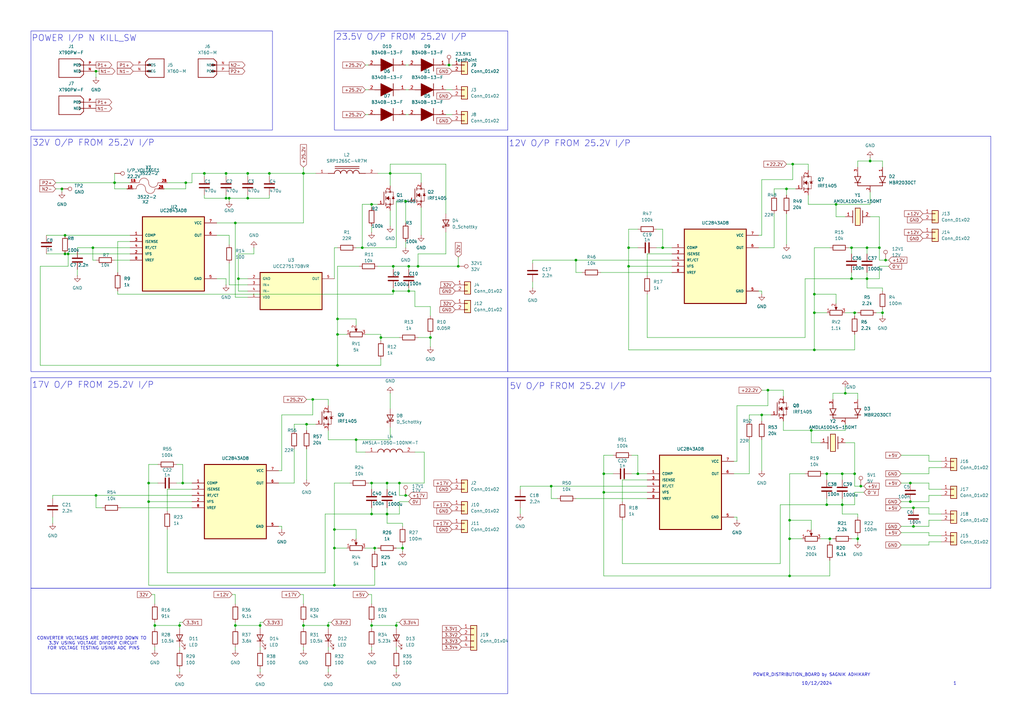
<source format=kicad_sch>
(kicad_sch (version 20250114) (generator "eeschema") (generator_version "9.0")
  (paper "A3")
  (lib_symbols
    (symbol "3522-2:3522-2" (pin_names (offset 1.016))
      (property "Reference" "X" (at -2.54 5.08 0))
      (property "Value" "3522-2" (at -2.54 -5.08 0))
      (symbol "3522-2_0_0"
        (pin passive line (at -7.62 0 0) (length 2.54) (name "~") (number "1A"))
        (pin passive line (at -7.62 0 0) (length 2.54) (name "~") (number "1B"))
        (pin passive line (at 7.62 0 180) (length 2.54) (name "~") (number "2A"))
        (pin passive line (at 7.62 0 180) (length 2.54) (name "~") (number "2B"))
      )
    )
    (symbol "AMDLA1004S-150MT:AMDLA1004S-150MT" (pin_names (hide yes))
      (property "Reference" "Y" (at 8.89 6.35 0))
      (property "Value" "AMDLA1004S-150MT" (at 8.89 3.81 0))
      (symbol "AMDLA1004S-150MT_1_1"
        (pin passive line (at 0 0 0) (length 2.54) (name "1") (number "1"))
        (pin passive line (at 10.16 0 180) (length 2.54) (name "2") (number "2"))
      )
    )
    (symbol "AMSLA-1050-100NM-T:AMSLA-1050-100NM-T" (pin_names (hide yes))
      (property "Reference" "L" (at 16.51 6.35 0))
      (property "Value" "AMSLA-1050-100NM-T" (at 16.51 3.81 0))
      (symbol "AMSLA-1050-100NM-T_1_1"
        (pin passive line (at 0 0 0) (length 5.08) (name "1") (number "1"))
        (pin passive line (at 20.32 0 180) (length 5.08) (name "2") (number "2"))
      )
    )
    (symbol "B340B-13-F:B340B-13-F" (pin_names (hide yes))
      (property "Reference" "D" (at 11.43 5.08 0))
      (property "Value" "B340B-13-F" (at 11.43 2.54 0))
      (symbol "B340B-13-F_1_1"
        (pin passive line (at 0 0 0) (length 2.54) (name "K") (number "1"))
        (pin passive line (at 15.24 0 180) (length 2.54) (name "A") (number "2"))
      )
    )
    (symbol "Connector:TestPoint" (pin_numbers (hide yes)) (pin_names (offset 0.762) (hide yes))
      (property "Reference" "TP" (at 0 6.858 0))
      (property "Value" "TestPoint" (at 0 5.08 0))
      (symbol "TestPoint_1_1"
        (pin passive line (at 0 0 90) (length 2.54) (name "1") (number "1"))
      )
    )
    (symbol "Connector_Generic:Conn_01x02" (pin_names (offset 1.016) (hide yes))
      (property "Reference" "J" (at 0 2.54 0))
      (property "Value" "Conn_01x02" (at 0 -5.08 0))
      (symbol "Conn_01x02_1_1"
        (pin passive line (at -5.08 0 0) (length 3.81) (name "Pin_1") (number "1"))
        (pin passive line (at -5.08 -2.54 0) (length 3.81) (name "Pin_2") (number "2"))
      )
    )
    (symbol "Connector_Generic:Conn_01x04" (pin_names (offset 1.016) (hide yes))
      (property "Reference" "J" (at 0 5.08 0))
      (property "Value" "Conn_01x04" (at 0 -7.62 0))
      (symbol "Conn_01x04_1_1"
        (pin passive line (at -5.08 2.54 0) (length 3.81) (name "Pin_1") (number "1"))
        (pin passive line (at -5.08 0 0) (length 3.81) (name "Pin_2") (number "2"))
        (pin passive line (at -5.08 -2.54 0) (length 3.81) (name "Pin_3") (number "3"))
        (pin passive line (at -5.08 -5.08 0) (length 3.81) (name "Pin_4") (number "4"))
      )
    )
    (symbol "Device:C" (pin_numbers (hide yes)) (pin_names (offset 0.254))
      (property "Reference" "C" (at 0.635 2.54 0))
      (property "Value" "C" (at 0.635 -2.54 0))
      (symbol "C_1_1"
        (pin passive line (at 0 3.81 270) (length 2.794) (name "~") (number "1"))
        (pin passive line (at 0 -3.81 90) (length 2.794) (name "~") (number "2"))
      )
    )
    (symbol "Device:D_Schottky" (pin_numbers (hide yes)) (pin_names (offset 1.016) (hide yes))
      (property "Reference" "D" (at 0 2.54 0))
      (property "Value" "D_Schottky" (at 0 -2.54 0))
      (symbol "D_Schottky_1_1"
        (pin passive line (at -3.81 0 0) (length 2.54) (name "K") (number "1"))
        (pin passive line (at 3.81 0 180) (length 2.54) (name "A") (number "2"))
      )
    )
    (symbol "Device:LED" (pin_numbers (hide yes)) (pin_names (offset 1.016) (hide yes))
      (property "Reference" "D" (at 0 2.54 0))
      (property "Value" "LED" (at 0 -2.54 0))
      (symbol "LED_1_1"
        (pin passive line (at -3.81 0 0) (length 2.54) (name "K") (number "1"))
        (pin passive line (at 3.81 0 180) (length 2.54) (name "A") (number "2"))
      )
    )
    (symbol "Device:R" (pin_numbers (hide yes)) (pin_names (offset 0))
      (property "Reference" "R" (at 2.032 0 90))
      (property "Value" "R" (at 0 0 90))
      (symbol "R_1_1"
        (pin passive line (at 0 3.81 270) (length 1.27) (name "~") (number "1"))
        (pin passive line (at 0 -3.81 90) (length 1.27) (name "~") (number "2"))
      )
    )
    (symbol "Device:R_Potentiometer" (pin_names (offset 1.016) (hide yes))
      (property "Reference" "RV" (at -4.445 0 90))
      (property "Value" "R_Potentiometer" (at -2.54 0 90))
      (symbol "R_Potentiometer_1_1"
        (pin passive line (at 0 3.81 270) (length 1.27) (name "1") (number "1"))
        (pin passive line (at 0 -3.81 90) (length 1.27) (name "3") (number "3"))
        (pin passive line (at 3.81 0 180) (length 1.27) (name "2") (number "2"))
      )
    )
    (symbol "IPB057N06N:IPB057N06N" (pin_names (offset 1.016))
      (property "Reference" "Q" (at -8.89 2.54 0))
      (property "Value" "IPB057N06N" (at -8.89 -7.62 0))
      (symbol "IPB057N06N_0_0"
        (pin passive line (at -2.54 -2.54 0) (length 2.54) (name "~") (number "1"))
        (pin passive line (at 2.54 5.08 270) (length 2.54) (name "~") (number "2"))
        (pin passive line (at 2.54 -5.08 90) (length 2.54) (name "~") (number "3"))
      )
    )
    (symbol "IRFZ44N:IRFZ44N" (pin_names (offset 1.016))
      (property "Reference" "Q" (at -8.89 2.54 0))
      (property "Value" "IRFZ44N" (at -8.89 -7.62 0))
      (symbol "IRFZ44N_0_0"
        (pin passive line (at -2.54 -2.54 0) (length 2.54) (name "~") (number "1"))
        (pin passive line (at 2.54 5.08 270) (length 2.54) (name "~") (number "2"))
        (pin passive line (at 2.54 -5.08 90) (length 2.54) (name "~") (number "3"))
      )
    )
    (symbol "MBR30100CT:MBR30100CT" (pin_names (offset 1.016))
      (property "Reference" "D" (at -5.08 7.62 0))
      (property "Value" "MBR30100CT" (at -5.08 -10.16 0))
      (symbol "MBR30100CT_0_0"
        (pin passive line (at -5.08 5.08 0) (length 2.54) (name "~") (number "1"))
        (pin passive line (at -5.08 -5.08 0) (length 2.54) (name "~") (number "3"))
        (pin passive line (at 5.08 0 180) (length 2.54) (name "~") (number "2"))
      )
    )
    (symbol "SRP1265C-4R7M:SRP1265C-4R7M" (pin_names (offset 1.016))
      (property "Reference" "L" (at -5.08 7.62 0))
      (property "Value" "SRP1265C-4R7M" (at -5.08 5.08 0))
      (symbol "SRP1265C-4R7M_0_0"
        (pin passive line (at -12.7 0 0) (length 5.08) (name "~") (number "1"))
        (pin passive line (at 12.7 0 180) (length 5.08) (name "~") (number "2"))
      )
    )
    (symbol "UC2843AD8:UC2843AD8" (pin_names (offset 1.016))
      (property "Reference" "U" (at -12.7 16.24 0))
      (property "Value" "UC2843AD8" (at -12.7 -19.24 0))
      (symbol "UC2843AD8_0_0"
        (pin input line (at -17.78 7.62 0) (length 5.08) (name "COMP") (number "1"))
        (pin input line (at -17.78 5.08 0) (length 5.08) (name "ISENSE") (number "3"))
        (pin input line (at -17.78 2.54 0) (length 5.08) (name "RT/CT") (number "4"))
        (pin input line (at -17.78 0 0) (length 5.08) (name "VFS") (number "2"))
        (pin input line (at -17.78 -2.54 0) (length 5.08) (name "VREF") (number "8"))
        (pin power_in line (at 17.78 12.7 180) (length 5.08) (name "VCC") (number "7"))
        (pin output line (at 17.78 7.62 180) (length 5.08) (name "OUT") (number "6"))
        (pin power_in line (at 17.78 -10.16 180) (length 5.08) (name "GND") (number "5"))
      )
    )
    (symbol "UCC27517DBVR:UCC27517DBVR" (pin_names (offset 1.016))
      (property "Reference" "U" (at -12.7 8.62 0))
      (property "Value" "UCC27517DBVR" (at -12.7 -11.62 0))
      (symbol "UCC27517DBVR_0_0"
        (pin input line (at -17.78 5.08 0) (length 5.08) (name "GND") (number "2"))
        (pin input line (at -17.78 2.54 0) (length 5.08) (name "IN+") (number "3"))
        (pin input line (at -17.78 0 0) (length 5.08) (name "IN-") (number "4"))
        (pin input line (at -17.78 -2.54 0) (length 5.08) (name "VDD") (number "1"))
        (pin output line (at 17.78 5.08 180) (length 5.08) (name "OUT") (number "5"))
      )
    )
    (symbol "XT60-M:XT60-M" (pin_names (offset 1.016))
      (property "Reference" "J" (at 0 6.35 0))
      (property "Value" "XT60-M" (at 0 -5.08 0))
      (symbol "XT60-M_0_0"
        (pin passive line (at -5.08 2.54 0) (length 5.08) (name "POS") (number "P"))
        (pin passive line (at -5.08 0 0) (length 5.08) (name "NEG") (number "N"))
      )
    )
    (symbol "XT90PW-F:XT90PW-F" (pin_names (offset 1.016))
      (property "Reference" "J" (at -10.16 3.81 0))
      (property "Value" "XT90PW-F" (at -10.16 -7.62 0))
      (symbol "XT90PW-F_0_0"
        (pin passive line (at 5.08 0 180) (length 5.08) (name "POS") (number "P"))
        (pin passive line (at 5.08 -2.54 180) (length 5.08) (name "NEG") (number "N"))
      )
    )
    (symbol "power:GND" (power) (pin_numbers (hide yes)) (pin_names (offset 0) (hide yes))
      (property "Value" "GND" (at 0 -3.81 0))
      (symbol "GND_1_1"
        (pin power_in line (at 0 0 270) (length 0) (name "~") (number "1"))
      )
    )
  )
  (rectangle (start 208.28 154.94) (end 406.4 241.3))
  (rectangle (start 137.16 12.7) (end 208.28 53.34))
  (rectangle (start 12.7 55.88) (end 208.28 152.4))
  (rectangle (start 12.7 241.3) (end 208.28 284.48))
  (rectangle (start 12.7 12.7) (end 111.76 53.34))
  (rectangle (start 208.28 55.88) (end 406.4 152.4))
  (rectangle (start 12.7 154.94) (end 208.28 241.3))
  (text "POWER_DISTRIBUTION_BOARD" (at 322.58 276.86 0) (effects (font (size 1.27 1.27))))
  (text "FOR VOLTAGE TESTING USING ADC PINS" (at 38.354 265.938 0) (effects (font (size 1.27 1.27))))
  (text "12V O/P FROM 25.2V I/P" (at 233.68 58.928 0) (effects (font (size 2.54 2.54))))
  (text "1\n\n" (at 391.668 281.432 0) (effects (font (size 1.27 1.27))))
  (text "5V O/P FROM 25.2V I/P" (at 232.918 158.496 0) (effects (font (size 2.54 2.54))))
  (text "23.5V O/P FROM 25.2V I/P\n" (at 164.592 15.24 0) (effects (font (size 2.54 2.54))))
  (text "10/12/2024" (at 335.026 280.416 0) (effects (font (size 1.27 1.27))))
  (text "POWER I/P N KILL_SW" (at 34.544 15.748 0) (effects (font (size 2.54 2.54))))
  (text "17V O/P FROM 25.2V I/P" (at 38.1 157.988 0) (effects (font (size 2.54 2.54))))
  (text "CONVERTER VOLTAGES ARE DROPPED DOWN TO \n3.3V USING VOLTAGE DIVIDER CIRCUIT" (at 38.1 262.89 0) (effects (font (size 1.27 1.27))))
  (text "by SAGNIK ADHIKARY" (at 346.964 276.86 0) (effects (font (size 1.27 1.27))))
  (text "32V O/P FROM 25.2V I/P" (at 38.354 58.674 0) (effects (font (size 2.54 2.54))))
  (junction (at 312.42 170.18))
  (junction (at 96.52 91.44))
  (junction (at 97.79 114.3))
  (junction (at 334.01 120.65))
  (junction (at 323.85 213.36))
  (junction (at 261.62 194.31))
  (junction (at 247.65 194.31))
  (junction (at 339.09 207.01))
  (junction (at 39.37 203.2))
  (junction (at 26.67 96.52))
  (junction (at 60.96 205.74))
  (junction (at 322.58 77.47))
  (junction (at 152.4 83.82))
  (junction (at 25.4 77.47))
  (junction (at 101.6 71.12))
  (junction (at 334.01 128.27))
  (junction (at 167.64 109.22))
  (junction (at 93.98 81.28))
  (junction (at 63.5 256.54))
  (junction (at 73.66 256.54))
  (junction (at 153.67 224.79))
  (junction (at 167.64 119.38))
  (junction (at 236.22 106.68))
  (junction (at 351.79 220.98))
  (junction (at 349.25 101.6))
  (junction (at 26.67 104.14))
  (junction (at 152.4 256.54))
  (junction (at 184.15 26.67))
  (junction (at 101.6 81.28))
  (junction (at 110.49 71.12))
  (junction (at 125.73 173.99))
  (junction (at 146.05 180.34))
  (junction (at 134.62 256.54))
  (junction (at 187.96 109.22))
  (junction (at 314.96 160.02))
  (junction (at 339.09 194.31))
  (junction (at 350.52 128.27))
  (junction (at 346.71 161.29))
  (junction (at 46.99 74.93))
  (junction (at 350.52 194.31))
  (junction (at 138.43 137.16))
  (junction (at 323.85 220.98))
  (junction (at 162.56 256.54))
  (junction (at 355.6 114.3))
  (junction (at 373.38 198.12))
  (junction (at 128.27 163.83))
  (junction (at 361.95 128.27))
  (junction (at 96.52 256.54))
  (junction (at 325.12 67.31))
  (junction (at 332.74 176.53))
  (junction (at 373.38 205.74))
  (junction (at 27.94 104.14))
  (junction (at 363.22 106.68))
  (junction (at 374.65 215.9))
  (junction (at 257.81 109.22))
  (junction (at 38.1 101.6))
  (junction (at 138.43 149.86))
  (junction (at 161.29 119.38))
  (junction (at 161.29 109.22))
  (junction (at 106.68 256.54))
  (junction (at 152.4 210.82))
  (junction (at 152.4 198.12))
  (junction (at 124.46 256.54))
  (junction (at 83.82 71.12))
  (junction (at 148.59 101.6))
  (junction (at 176.53 138.43))
  (junction (at 160.02 71.12))
  (junction (at 334.01 143.51))
  (junction (at 166.37 203.2))
  (junction (at 74.93 198.12))
  (junction (at 345.44 207.01))
  (junction (at 271.78 101.6))
  (junction (at 323.85 236.22))
  (junction (at 39.37 29.21))
  (junction (at 138.43 130.81))
  (junction (at 360.68 101.6))
  (junction (at 353.06 199.39))
  (junction (at 156.21 138.43))
  (junction (at 137.16 240.03))
  (junction (at 257.81 101.6))
  (junction (at 158.75 198.12))
  (junction (at 166.37 82.55))
  (junction (at 171.45 109.22))
  (junction (at 76.2 74.93))
  (junction (at 92.71 71.12))
  (junction (at 247.65 201.93))
  (junction (at 342.9 83.82))
  (junction (at 356.87 66.04))
  (junction (at 163.83 198.12))
  (junction (at 340.36 220.98))
  (junction (at 137.16 217.17))
  (junction (at 124.46 71.12))
  (junction (at 137.16 224.79))
  (junction (at 355.6 101.6))
  (junction (at 92.71 81.28))
  (junction (at 158.75 210.82))
  (junction (at 349.25 114.3))
  (junction (at 165.1 224.79))
  (junction (at 60.96 198.12))
  (junction (at 345.44 194.31))
  (junction (at 374.65 208.28))
  (junction (at 226.06 199.39))
  (wire (pts (xy 349.25 114.3) (xy 355.6 114.3)))
  (wire (pts (xy 27.94 104.14) (xy 53.34 104.14)))
  (wire (pts (xy 67.31 77.47) (xy 76.2 77.47)))
  (wire (pts (xy 236.22 204.47) (xy 265.43 204.47)))
  (wire (pts (xy 247.65 236.22) (xy 323.85 236.22)))
  (wire (pts (xy 133.35 210.82) (xy 152.4 210.82)))
  (wire (pts (xy 171.45 104.14) (xy 171.45 109.22)))
  (wire (pts (xy 106.68 274.32) (xy 106.68 275.59)))
  (wire (pts (xy 97.79 119.38) (xy 97.79 114.3)))
  (wire (pts (xy 261.62 194.31) (xy 265.43 194.31)))
  (wire (pts (xy 38.1 106.68) (xy 38.1 101.6)))
  (wire (pts (xy 356.87 78.74) (xy 356.87 83.82)))
  (wire (pts (xy 162.56 265.43) (xy 162.56 266.7)))
  (wire (pts (xy 93.98 116.84) (xy 101.6 116.84)))
  (wire (pts (xy 312.42 73.66) (xy 312.42 96.52)))
  (wire (pts (xy 182.88 36.83) (xy 185.42 36.83)))
  (wire (pts (xy 350.52 199.39) (xy 353.06 199.39)))
  (wire (pts (xy 152.4 257.81) (xy 152.4 256.54)))
  (wire (pts (xy 167.64 118.11) (xy 167.64 119.38)))
  (wire (pts (xy 331.47 80.01) (xy 331.47 83.82)))
  (wire (pts (xy 68.58 74.93) (xy 76.2 74.93)))
  (wire (pts (xy 314.96 160.02) (xy 314.96 166.37)))
  (wire (pts (xy 361.95 128.27) (xy 361.95 129.54)))
  (wire (pts (xy 360.68 101.6) (xy 360.68 106.68)))
  (wire (pts (xy 265.43 138.43) (xy 330.2 138.43)))
  (wire (pts (xy 160.02 175.26) (xy 160.02 180.34)))
  (wire (pts (xy 22.86 74.93) (xy 46.99 74.93)))
  (wire (pts (xy 149.86 26.67) (xy 151.13 26.67)))
  (wire (pts (xy 153.67 226.06) (xy 153.67 224.79)))
  (wire (pts (xy 114.3 198.12) (xy 120.65 198.12)))
  (wire (pts (xy 152.4 198.12) (xy 158.75 198.12)))
  (wire (pts (xy 158.75 198.12) (xy 158.75 200.66)))
  (wire (pts (xy 334.01 101.6) (xy 334.01 120.65)))
  (wire (pts (xy 361.95 118.11) (xy 361.95 119.38)))
  (wire (pts (xy 330.2 138.43) (xy 330.2 114.3)))
  (wire (pts (xy 39.37 208.28) (xy 39.37 203.2)))
  (wire (pts (xy 336.55 220.98) (xy 340.36 220.98)))
  (wire (pts (xy 311.15 119.38) (xy 312.42 119.38)))
  (wire (pts (xy 218.44 115.57) (xy 218.44 118.11)))
  (wire (pts (xy 165.1 224.79) (xy 165.1 226.06)))
  (wire (pts (xy 307.34 180.34) (xy 307.34 194.31)))
  (wire (pts (xy 39.37 106.68) (xy 38.1 106.68)))
  (wire (pts (xy 312.42 170.18) (xy 312.42 172.72)))
  (wire (pts (xy 38.1 101.6) (xy 53.34 101.6)))
  (wire (pts (xy 152.4 208.28) (xy 152.4 210.82)))
  (wire (pts (xy 325.12 67.31) (xy 331.47 67.31)))
  (wire (pts (xy 312.42 170.18) (xy 316.23 170.18)))
  (wire (pts (xy 213.36 208.28) (xy 213.36 210.82)))
  (wire (pts (xy 163.83 198.12) (xy 163.83 203.2)))
  (wire (pts (xy 359.41 128.27) (xy 361.95 128.27)))
  (wire (pts (xy 321.31 176.53) (xy 332.74 176.53)))
  (wire (pts (xy 21.59 203.2) (xy 39.37 203.2)))
  (wire (pts (xy 161.29 119.38) (xy 167.64 119.38)))
  (wire (pts (xy 146.05 130.81) (xy 138.43 130.81)))
  (wire (pts (xy 63.5 257.81) (xy 63.5 256.54)))
  (wire (pts (xy 88.9 96.52) (xy 93.98 96.52)))
  (wire (pts (xy 46.99 77.47) (xy 46.99 74.93)))
  (wire (pts (xy 351.79 219.71) (xy 351.79 220.98)))
  (wire (pts (xy 137.16 240.03) (xy 153.67 240.03)))
  (wire (pts (xy 261.62 186.69) (xy 261.62 194.31)))
  (wire (pts (xy 63.5 255.27) (xy 63.5 256.54)))
  (wire (pts (xy 133.35 234.95) (xy 133.35 210.82)))
  (wire (pts (xy 26.67 104.14) (xy 27.94 104.14)))
  (wire (pts (xy 137.16 101.6) (xy 137.16 114.3)))
  (wire (pts (xy 134.62 176.53) (xy 134.62 180.34)))
  (wire (pts (xy 146.05 101.6) (xy 148.59 101.6)))
  (wire (pts (xy 311.15 101.6) (xy 317.5 101.6)))
  (wire (pts (xy 271.78 93.98) (xy 271.78 101.6)))
  (wire (pts (xy 25.4 77.47) (xy 22.86 77.47)))
  (wire (pts (xy 93.98 96.52) (xy 93.98 100.33)))
  (wire (pts (xy 351.79 220.98) (xy 351.79 222.25)))
  (wire (pts (xy 158.75 210.82) (xy 163.83 210.82)))
  (wire (pts (xy 257.81 143.51) (xy 334.01 143.51)))
  (wire (pts (xy 152.4 92.71) (xy 152.4 95.25)))
  (wire (pts (xy 349.25 111.76) (xy 349.25 114.3)))
  (wire (pts (xy 60.96 198.12) (xy 60.96 190.5)))
  (wire (pts (xy 96.52 91.44) (xy 124.46 91.44)))
  (wire (pts (xy 137.16 217.17) (xy 137.16 224.79)))
  (wire (pts (xy 356.87 66.04) (xy 361.95 66.04)))
  (wire (pts (xy 271.78 101.6) (xy 275.59 101.6)))
  (wire (pts (xy 339.09 207.01) (xy 345.44 207.01)))
  (wire (pts (xy 138.43 137.16) (xy 142.24 137.16)))
  (wire (pts (xy 351.79 161.29) (xy 351.79 163.83)))
  (wire (pts (xy 381 200.66) (xy 386.08 200.66)))
  (wire (pts (xy 74.93 198.12) (xy 78.74 198.12)))
  (wire (pts (xy 255.27 213.36) (xy 255.27 231.14)))
  (wire (pts (xy 101.6 71.12) (xy 110.49 71.12)))
  (wire (pts (xy 146.05 180.34) (xy 160.02 180.34)))
  (wire (pts (xy 251.46 194.31) (xy 247.65 194.31)))
  (wire (pts (xy 97.79 114.3) (xy 97.79 104.14)))
  (wire (pts (xy 120.65 173.99) (xy 125.73 173.99)))
  (wire (pts (xy 101.6 81.28) (xy 110.49 81.28)))
  (wire (pts (xy 101.6 121.92) (xy 96.52 121.92)))
  (wire (pts (xy 255.27 231.14) (xy 320.04 231.14)))
  (wire (pts (xy 323.85 220.98) (xy 328.93 220.98)))
  (wire (pts (xy 353.06 199.39) (xy 354.33 199.39)))
  (wire (pts (xy 60.96 240.03) (xy 60.96 205.74)))
  (wire (pts (xy 125.73 173.99) (xy 129.54 173.99)))
  (wire (pts (xy 60.96 190.5) (xy 64.77 190.5)))
  (wire (pts (xy 341.63 163.83) (xy 341.63 161.29)))
  (wire (pts (xy 114.3 215.9) (xy 115.57 215.9)))
  (wire (pts (xy 167.64 109.22) (xy 167.64 110.49)))
  (wire (pts (xy 381 189.23) (xy 386.08 189.23)))
  (wire (pts (xy 325.12 67.31) (xy 325.12 73.66)))
  (wire (pts (xy 350.52 207.01) (xy 350.52 201.93)))
  (wire (pts (xy 259.08 194.31) (xy 261.62 194.31)))
  (wire (pts (xy 332.74 176.53) (xy 332.74 181.61)))
  (wire (pts (xy 312.42 180.34) (xy 312.42 193.04)))
  (wire (pts (xy 166.37 82.55) (xy 167.64 82.55)))
  (wire (pts (xy 351.79 66.04) (xy 356.87 66.04)))
  (wire (pts (xy 101.6 80.01) (xy 101.6 81.28)))
  (wire (pts (xy 152.4 83.82) (xy 154.94 83.82)))
  (wire (pts (xy 218.44 106.68) (xy 218.44 107.95)))
  (wire (pts (xy 347.98 101.6) (xy 349.25 101.6)))
  (wire (pts (xy 92.71 81.28) (xy 93.98 81.28)))
  (wire (pts (xy 154.94 71.12) (xy 160.02 71.12)))
  (wire (pts (xy 93.98 107.95) (xy 93.98 116.84)))
  (wire (pts (xy 345.44 194.31) (xy 350.52 194.31)))
  (wire (pts (xy 93.98 81.28) (xy 101.6 81.28)))
  (wire (pts (xy 93.98 81.28) (xy 93.98 82.55)))
  (wire (pts (xy 115.57 170.18) (xy 128.27 170.18)))
  (wire (pts (xy 163.83 203.2) (xy 166.37 203.2)))
  (wire (pts (xy 341.63 161.29) (xy 346.71 161.29)))
  (wire (pts (xy 106.68 257.81) (xy 106.68 256.54)))
  (wire (pts (xy 106.68 256.54) (xy 96.52 256.54)))
  (wire (pts (xy 158.75 208.28) (xy 158.75 210.82)))
  (wire (pts (xy 92.71 71.12) (xy 101.6 71.12)))
  (wire (pts (xy 236.22 106.68) (xy 275.59 106.68)))
  (wire (pts (xy 269.24 101.6) (xy 271.78 101.6)))
  (wire (pts (xy 218.44 106.68) (xy 236.22 106.68)))
  (wire (pts (xy 334.01 120.65) (xy 334.01 128.27)))
  (wire (pts (xy 106.68 255.27) (xy 106.68 256.54)))
  (wire (pts (xy 339.09 194.31) (xy 345.44 194.31)))
  (wire (pts (xy 346.71 88.9) (xy 342.9 88.9)))
  (wire (pts (xy 101.6 114.3) (xy 97.79 114.3)))
  (wire (pts (xy 162.56 224.79) (xy 165.1 224.79)))
  (wire (pts (xy 124.46 257.81) (xy 124.46 256.54)))
  (wire (pts (xy 265.43 201.93) (xy 247.65 201.93)))
  (wire (pts (xy 156.21 149.86) (xy 138.43 149.86)))
  (wire (pts (xy 334.01 128.27) (xy 339.09 128.27)))
  (wire (pts (xy 124.46 255.27) (xy 124.46 256.54)))
  (wire (pts (xy 300.99 194.31) (xy 307.34 194.31)))
  (wire (pts (xy 120.65 184.15) (xy 120.65 198.12)))
  (wire (pts (xy 134.62 180.34) (xy 146.05 180.34)))
  (wire (pts (xy 63.5 243.84) (xy 63.5 247.65)))
  (wire (pts (xy 321.31 160.02) (xy 321.31 162.56)))
  (wire (pts (xy 317.5 77.47) (xy 322.58 77.47)))
  (wire (pts (xy 302.26 212.09) (xy 302.26 213.36)))
  (wire (pts (xy 83.82 71.12) (xy 92.71 71.12)))
  (wire (pts (xy 134.62 274.32) (xy 134.62 275.59)))
  (wire (pts (xy 158.75 214.63) (xy 165.1 214.63)))
  (wire (pts (xy 182.88 67.31) (xy 182.88 87.63)))
  (wire (pts (xy 361.95 66.04) (xy 361.95 68.58)))
  (wire (pts (xy 46.99 106.68) (xy 53.34 106.68)))
  (wire (pts (xy 134.62 255.27) (xy 134.62 256.54)))
  (wire (pts (xy 153.67 240.03) (xy 153.67 233.68)))
  (wire (pts (xy 342.9 124.46) (xy 342.9 120.65)))
  (wire (pts (xy 73.66 256.54) (xy 63.5 256.54)))
  (wire (pts (xy 171.45 138.43) (xy 176.53 138.43)))
  (wire (pts (xy 162.56 255.27) (xy 162.56 256.54)))
  (wire (pts (xy 255.27 196.85) (xy 265.43 196.85)))
  (wire (pts (xy 346.71 161.29) (xy 351.79 161.29)))
  (wire (pts (xy 331.47 83.82) (xy 342.9 83.82)))
  (wire (pts (xy 88.9 91.44) (xy 96.52 91.44)))
  (wire (pts (xy 115.57 193.04) (xy 114.3 193.04)))
  (wire (pts (xy 83.82 80.01) (xy 83.82 81.28)))
  (wire (pts (xy 170.18 125.73) (xy 170.18 119.38)))
  (wire (pts (xy 350.52 194.31) (xy 350.52 199.39)))
  (wire (pts (xy 161.29 118.11) (xy 161.29 119.38)))
  (wire (pts (xy 137.16 224.79) (xy 142.24 224.79)))
  (wire (pts (xy 176.53 138.43) (xy 176.53 142.24)))
  (wire (pts (xy 346.71 181.61) (xy 350.52 181.61)))
  (wire (pts (xy 137.16 198.12) (xy 137.16 217.17)))
  (wire (pts (xy 154.94 109.22) (xy 161.29 109.22)))
  (wire (pts (xy 106.68 265.43) (xy 106.68 266.7)))
  (wire (pts (xy 361.95 127) (xy 361.95 128.27)))
  (wire (pts (xy 153.67 224.79) (xy 154.94 224.79)))
  (wire (pts (xy 101.6 119.38) (xy 97.79 119.38)))
  (wire (pts (xy 261.62 101.6) (xy 257.81 101.6)))
  (wire (pts (xy 334.01 120.65) (xy 342.9 120.65)))
  (wire (pts (xy 162.56 257.81) (xy 162.56 256.54)))
  (wire (pts (xy 340.36 222.25) (xy 340.36 220.98)))
  (wire (pts (xy 148.59 101.6) (xy 148.59 83.82)))
  (wire (pts (xy 360.68 88.9) (xy 360.68 101.6)))
  (wire (pts (xy 322.58 67.31) (xy 325.12 67.31)))
  (wire (pts (xy 151.13 198.12) (xy 152.4 198.12)))
  (wire (pts (xy 342.9 83.82) (xy 342.9 88.9)))
  (wire (pts (xy 320.04 207.01) (xy 339.09 207.01)))
  (wire (pts (xy 345.44 210.82) (xy 351.79 210.82)))
  (wire (pts (xy 360.68 106.68) (xy 363.22 106.68)))
  (wire (pts (xy 173.99 185.42) (xy 173.99 198.12)))
  (wire (pts (xy 138.43 149.86) (xy 16.51 149.86)))
  (wire (pts (xy 381 215.9) (xy 381 213.36)))
  (wire (pts (xy 356.87 88.9) (xy 360.68 88.9)))
  (wire (pts (xy 323.85 236.22) (xy 340.36 236.22)))
  (wire (pts (xy 355.6 111.76) (xy 355.6 114.3)))
  (wire (pts (xy 115.57 170.18) (xy 115.57 193.04)))
  (wire (pts (xy 31.75 110.49) (xy 31.75 113.03)))
  (wire (pts (xy 161.29 110.49) (xy 161.29 109.22)))
  (wire (pts (xy 265.43 120.65) (xy 265.43 138.43)))
  (wire (pts (xy 226.06 204.47) (xy 226.06 199.39)))
  (wire (pts (xy 369.57 198.12) (xy 373.38 198.12)))
  (wire (pts (xy 356.87 64.77) (xy 356.87 66.04)))
  (wire (pts (xy 226.06 199.39) (xy 265.43 199.39)))
  (wire (pts (xy 302.26 166.37) (xy 302.26 189.23)))
  (wire (pts (xy 381 198.12) (xy 381 200.66)))
  (wire (pts (xy 369.57 186.69) (xy 381 186.69)))
  (wire (pts (xy 166.37 99.06) (xy 166.37 101.6)))
  (wire (pts (xy 19.05 96.52) (xy 26.67 96.52)))
  (wire (pts (xy 110.49 71.12) (xy 124.46 71.12)))
  (wire (pts (xy 161.29 120.65) (xy 161.29 119.38)))
  (wire (pts (xy 351.79 210.82) (xy 351.79 212.09)))
  (wire (pts (xy 314.96 160.02) (xy 321.31 160.02)))
  (wire (pts (xy 334.01 128.27) (xy 334.01 143.51)))
  (wire (pts (xy 238.76 111.76) (xy 236.22 111.76)))
  (wire (pts (xy 125.73 163.83) (xy 128.27 163.83)))
  (wire (pts (xy 74.93 190.5) (xy 74.93 198.12)))
  (wire (pts (xy 213.36 199.39) (xy 226.06 199.39)))
  (wire (pts (xy 163.83 138.43) (xy 156.21 138.43)))
  (wire (pts (xy 323.85 194.31) (xy 323.85 213.36)))
  (wire (pts (xy 92.71 114.3) (xy 88.9 114.3)))
  (wire (pts (xy 166.37 203.2) (xy 167.64 203.2)))
  (wire (pts (xy 317.5 87.63) (xy 317.5 101.6)))
  (wire (pts (xy 345.44 207.01) (xy 350.52 207.01)))
  (wire (pts (xy 247.65 186.69) (xy 251.46 186.69)))
  (wire (pts (xy 73.66 255.27) (xy 73.66 256.54)))
  (wire (pts (xy 78.74 71.12) (xy 83.82 71.12)))
  (wire (pts (xy 138.43 130.81) (xy 138.43 137.16)))
  (wire (pts (xy 134.62 265.43) (xy 134.62 266.7)))
  (wire (pts (xy 96.52 243.84) (xy 96.52 247.65)))
  (wire (pts (xy 346.71 173.99) (xy 346.71 176.53)))
  (wire (pts (xy 167.64 119.38) (xy 170.18 119.38)))
  (wire (pts (xy 125.73 184.15) (xy 125.73 196.85)))
  (wire (pts (xy 26.67 96.52) (xy 53.34 96.52)))
  (wire (pts (xy 355.6 114.3) (xy 360.68 114.3)))
  (wire (pts (xy 346.71 128.27) (xy 350.52 128.27)))
  (wire (pts (xy 166.37 36.83) (xy 167.64 36.83)))
  (wire (pts (xy 373.38 198.12) (xy 381 198.12)))
  (wire (pts (xy 149.86 36.83) (xy 151.13 36.83)))
  (wire (pts (xy 317.5 80.01) (xy 317.5 77.47)))
  (wire (pts (xy 322.58 77.47) (xy 322.58 80.01)))
  (wire (pts (xy 39.37 31.75) (xy 39.37 29.21)))
  (wire (pts (xy 265.43 104.14) (xy 275.59 104.14)))
  (wire (pts (xy 381 223.52) (xy 381 222.25)))
  (wire (pts (xy 255.27 196.85) (xy 255.27 205.74)))
  (wire (pts (xy 147.32 109.22) (xy 138.43 109.22)))
  (wire (pts (xy 172.72 74.93) (xy 172.72 71.12)))
  (wire (pts (xy 381 191.77) (xy 386.08 191.77)))
  (wire (pts (xy 312.42 160.02) (xy 314.96 160.02)))
  (wire (pts (xy 350.52 201.93) (xy 354.33 201.93)))
  (wire (pts (xy 96.52 121.92) (xy 96.52 91.44)))
  (wire (pts (xy 340.36 220.98) (xy 341.63 220.98)))
  (wire (pts (xy 162.56 256.54) (xy 152.4 256.54)))
  (wire (pts (xy 312.42 96.52) (xy 311.15 96.52)))
  (wire (pts (xy 339.09 204.47) (xy 339.09 207.01)))
  (wire (pts (xy 345.44 207.01) (xy 345.44 210.82)))
  (wire (pts (xy 92.71 116.84) (xy 92.71 114.3)))
  (wire (pts (xy 369.57 215.9) (xy 374.65 215.9)))
  (wire (pts (xy 123.19 243.84) (xy 124.46 243.84)))
  (wire (pts (xy 73.66 274.32) (xy 73.66 275.59)))
  (wire (pts (xy 16.51 149.86) (xy 16.51 109.22)))
  (wire (pts (xy 156.21 138.43) (xy 156.21 139.7)))
  (wire (pts (xy 149.86 137.16) (xy 156.21 137.16)))
  (wire (pts (xy 340.36 236.22) (xy 340.36 229.87)))
  (wire (pts (xy 134.62 257.81) (xy 134.62 256.54)))
  (wire (pts (xy 72.39 190.5) (xy 74.93 190.5)))
  (wire (pts (xy 146.05 220.98) (xy 146.05 217.17)))
  (wire (pts (xy 73.66 265.43) (xy 73.66 266.7)))
  (wire (pts (xy 247.65 236.22) (xy 247.65 201.93)))
  (wire (pts (xy 322.58 77.47) (xy 326.39 77.47)))
  (wire (pts (xy 95.25 243.84) (xy 96.52 243.84)))
  (wire (pts (xy 96.52 265.43) (xy 96.52 266.7)))
  (wire (pts (xy 27.94 109.22) (xy 27.94 104.14)))
  (wire (pts (xy 76.2 77.47) (xy 76.2 74.93)))
  (wire (pts (xy 137.16 101.6) (xy 138.43 101.6)))
  (wire (pts (xy 152.4 255.27) (xy 152.4 256.54)))
  (wire (pts (xy 73.66 257.81) (xy 73.66 256.54)))
  (wire (pts (xy 330.2 194.31) (xy 323.85 194.31)))
  (wire (pts (xy 146.05 180.34) (xy 146.05 185.42)))
  (wire (pts (xy 78.74 74.93) (xy 78.74 71.12)))
  (wire (pts (xy 369.57 205.74) (xy 373.38 205.74)))
  (wire (pts (xy 172.72 71.12) (xy 160.02 71.12)))
  (wire (pts (xy 156.21 137.16) (xy 156.21 138.43)))
  (wire (pts (xy 337.82 194.31) (xy 339.09 194.31)))
  (wire (pts (xy 152.4 210.82) (xy 158.75 210.82)))
  (wire (pts (xy 160.02 161.29) (xy 160.02 167.64)))
  (wire (pts (xy 138.43 137.16) (xy 138.43 149.86)))
  (wire (pts (xy 172.72 85.09) (xy 172.72 96.52)))
  (wire (pts (xy 76.2 74.93) (xy 78.74 74.93)))
  (wire (pts (xy 363.22 106.68) (xy 364.49 106.68)))
  (wire (pts (xy 166.37 26.67) (xy 167.64 26.67)))
  (wire (pts (xy 323.85 213.36) (xy 332.74 213.36)))
  (wire (pts (xy 101.6 71.12) (xy 101.6 72.39)))
  (wire (pts (xy 355.6 118.11) (xy 361.95 118.11)))
  (wire (pts (xy 167.64 109.22) (xy 171.45 109.22)))
  (wire (pts (xy 158.75 198.12) (xy 163.83 198.12)))
  (wire (pts (xy 162.56 82.55) (xy 162.56 101.6)))
  (wire (pts (xy 110.49 81.28) (xy 110.49 80.01)))
  (wire (pts (xy 381 219.71) (xy 386.08 219.71)))
  (wire (pts (xy 247.65 201.93) (xy 247.65 194.31)))
  (wire (pts (xy 247.65 194.31) (xy 247.65 186.69)))
  (wire (pts (xy 124.46 68.58) (xy 124.46 71.12)))
  (wire (pts (xy 92.71 80.01) (xy 92.71 81.28)))
  (wire (pts (xy 360.68 114.3) (xy 360.68 109.22)))
  (wire (pts (xy 345.44 194.31) (xy 345.44 196.85)))
  (wire (pts (xy 160.02 67.31) (xy 160.02 71.12)))
  (wire (pts (xy 149.86 224.79) (xy 153.67 224.79)))
  (wire (pts (xy 349.25 220.98) (xy 351.79 220.98)))
  (wire (pts (xy 72.39 198.12) (xy 74.93 198.12)))
  (wire (pts (xy 381 186.69) (xy 381 189.23)))
  (wire (pts (xy 97.79 104.14) (xy 104.14 104.14)))
  (wire (pts (xy 257.81 143.51) (xy 257.81 109.22)))
  (wire (pts (xy 182.88 26.67) (xy 184.15 26.67)))
  (wire (pts (xy 124.46 71.12) (xy 129.54 71.12)))
  (wire (pts (xy 124.46 265.43) (xy 124.46 266.7)))
  (wire (pts (xy 149.86 46.99) (xy 151.13 46.99)))
  (wire (pts (xy 19.05 104.14) (xy 26.67 104.14)))
  (wire (pts (xy 381 222.25) (xy 386.08 222.25)))
  (wire (pts (xy 63.5 265.43) (xy 63.5 266.7)))
  (wire (pts (xy 158.75 210.82) (xy 158.75 214.63)))
  (wire (pts (xy 46.99 71.12) (xy 46.99 74.93)))
  (wire (pts (xy 48.26 99.06) (xy 53.34 99.06)))
  (wire (pts (xy 236.22 111.76) (xy 236.22 106.68)))
  (wire (pts (xy 31.75 102.87) (xy 31.75 101.6)))
  (wire (pts (xy 257.81 109.22) (xy 257.81 101.6)))
  (wire (pts (xy 148.59 83.82) (xy 152.4 83.82)))
  (wire (pts (xy 163.83 210.82) (xy 163.83 205.74)))
  (wire (pts (xy 92.71 71.12) (xy 92.71 72.39)))
  (wire (pts (xy 48.26 120.65) (xy 48.26 119.38)))
  (wire (pts (xy 302.26 166.37) (xy 314.96 166.37)))
  (wire (pts (xy 321.31 172.72) (xy 321.31 176.53)))
  (wire (pts (xy 64.77 198.12) (xy 60.96 198.12)))
  (wire (pts (xy 350.52 181.61) (xy 350.52 194.31)))
  (wire (pts (xy 340.36 101.6) (xy 334.01 101.6)))
  (wire (pts (xy 355.6 114.3) (xy 355.6 118.11)))
  (wire (pts (xy 322.58 87.63) (xy 322.58 100.33)))
  (wire (pts (xy 120.65 176.53) (xy 120.65 173.99)))
  (wire (pts (xy 46.99 74.93) (xy 53.34 74.93)))
  (wire (pts (xy 107.95 255.27) (xy 106.68 255.27)))
  (wire (pts (xy 170.18 185.42) (xy 173.99 185.42)))
  (wire (pts (xy 345.44 204.47) (xy 345.44 207.01)))
  (wire (pts (xy 165.1 214.63) (xy 165.1 215.9)))
  (wire (pts (xy 124.46 71.12) (xy 124.46 91.44)))
  (wire (pts (xy 68.58 200.66) (xy 68.58 209.55)))
  (wire (pts (xy 166.37 82.55) (xy 166.37 91.44)))
  (wire (pts (xy 369.57 218.44) (xy 381 218.44)))
  (wire (pts (xy 350.52 129.54) (xy 350.52 128.27)))
  (wire (pts (xy 39.37 203.2) (xy 78.74 203.2)))
  (wire (pts (xy 269.24 93.98) (xy 271.78 93.98)))
  (wire (pts (xy 135.89 255.27) (xy 134.62 255.27)))
  (wire (pts (xy 257.81 93.98) (xy 261.62 93.98)))
  (wire (pts (xy 350.52 128.27) (xy 351.79 128.27)))
  (wire (pts (xy 369.57 223.52) (xy 381 223.52)))
  (wire (pts (xy 374.65 215.9) (xy 381 215.9)))
  (wire (pts (xy 381 205.74) (xy 381 203.2)))
  (wire (pts (xy 302.26 189.23) (xy 300.99 189.23)))
  (wire (pts (xy 312.42 73.66) (xy 325.12 73.66)))
  (wire (pts (xy 21.59 203.2) (xy 21.59 204.47)))
  (wire (pts (xy 355.6 101.6) (xy 355.6 104.14)))
  (wire (pts (xy 16.51 109.22) (xy 27.94 109.22)))
  (wire (pts (xy 173.99 198.12) (xy 163.83 198.12)))
  (wire (pts (xy 349.25 101.6) (xy 355.6 101.6)))
  (wire (pts (xy 257.81 101.6) (xy 257.81 93.98)))
  (wire (pts (xy 323.85 213.36) (xy 323.85 220.98)))
  (wire (pts (xy 161.29 109.22) (xy 167.64 109.22)))
  (wire (pts (xy 381 210.82) (xy 386.08 210.82)))
  (wire (pts (xy 68.58 200.66) (xy 78.74 200.66)))
  (wire (pts (xy 48.26 120.65) (xy 161.29 120.65)))
  (wire (pts (xy 312.42 119.38) (xy 312.42 120.65)))
  (wire (pts (xy 21.59 212.09) (xy 21.59 214.63)))
  (wire (pts (xy 104.14 104.14) (xy 104.14 101.6)))
  (wire (pts (xy 349.25 101.6) (xy 349.25 104.14)))
  (wire (pts (xy 374.65 208.28) (xy 381 208.28)))
  (wire (pts (xy 342.9 83.82) (xy 356.87 83.82)))
  (wire (pts (xy 246.38 111.76) (xy 275.59 111.76)))
  (wire (pts (xy 60.96 205.74) (xy 60.96 198.12)))
  (wire (pts (xy 163.83 255.27) (xy 162.56 255.27)))
  (wire (pts (xy 163.83 205.74) (xy 167.64 205.74)))
  (wire (pts (xy 162.56 274.32) (xy 162.56 275.59)))
  (wire (pts (xy 137.16 217.17) (xy 146.05 217.17)))
  (wire (pts (xy 152.4 265.43) (xy 152.4 266.7)))
  (wire (pts (xy 52.07 77.47) (xy 46.99 77.47)))
  (wire (pts (xy 40.64 29.21) (xy 39.37 29.21)))
  (wire (pts (xy 162.56 82.55) (xy 166.37 82.55)))
  (wire (pts (xy 355.6 101.6) (xy 360.68 101.6)))
  (wire (pts (xy 265.43 104.14) (xy 265.43 113.03)))
  (wire (pts (xy 369.57 208.28) (xy 374.65 208.28)))
  (wire (pts (xy 125.73 173.99) (xy 125.73 176.53)))
  (wire (pts (xy 96.52 257.81) (xy 96.52 256.54)))
  (wire (pts (xy 336.55 181.61) (xy 332.74 181.61)))
  (wire (pts (xy 300.99 212.09) (xy 302.26 212.09)))
  (wire (pts (xy 137.16 224.79) (xy 137.16 240.03)))
  (wire (pts (xy 320.04 231.14) (xy 320.04 207.01)))
  (wire (pts (xy 83.82 81.28) (xy 92.71 81.28)))
  (wire (pts (xy 110.49 71.12) (xy 110.49 72.39)))
  (wire (pts (xy 332.74 176.53) (xy 346.71 176.53)))
  (wire (pts (xy 62.23 243.84) (xy 63.5 243.84)))
  (wire (pts (xy 152.4 198.12) (xy 152.4 200.66)))
  (wire (pts (xy 166.37 46.99) (xy 167.64 46.99)))
  (wire (pts (xy 41.91 208.28) (xy 39.37 208.28)))
  (wire (pts (xy 74.93 255.27) (xy 73.66 255.27)))
  (wire (pts (xy 350.52 143.51) (xy 350.52 137.16)))
  (wire (pts (xy 381 194.31) (xy 381 191.77)))
  (wire (pts (xy 213.36 199.39) (xy 213.36 200.66)))
  (wire (pts (xy 48.26 99.06) (xy 48.26 111.76)))
  (wire (pts (xy 160.02 71.12) (xy 160.02 76.2)))
  (wire (pts (xy 307.34 172.72) (xy 307.34 170.18)))
  (wire (pts (xy 152.4 83.82) (xy 152.4 85.09)))
  (wire (pts (xy 128.27 163.83) (xy 134.62 163.83)))
  (wire (pts (xy 151.13 243.84) (xy 152.4 243.84)))
  (wire (pts (xy 182.88 104.14) (xy 171.45 104.14)))
  (wire (pts (xy 171.45 109.22) (xy 187.96 109.22)))
  (wire (pts (xy 83.82 71.12) (xy 83.82 72.39)))
  (wire (pts (xy 381 208.28) (xy 381 210.82)))
  (wire (pts (xy 184.15 26.67) (xy 185.42 26.67)))
  (wire (pts (xy 331.47 67.31) (xy 331.47 69.85)))
  (wire (pts (xy 160.02 86.36) (xy 160.02 92.71)))
  (wire (pts (xy 307.34 170.18) (xy 312.42 170.18)))
  (wire (pts (xy 330.2 114.3) (xy 349.25 114.3)))
  (wire (pts (xy 152.4 243.84) (xy 152.4 247.65)))
  (wire (pts (xy 134.62 163.83) (xy 134.62 166.37)))
  (wire (pts (xy 332.74 217.17) (xy 332.74 213.36)))
  (wire (pts (xy 182.88 46.99) (xy 185.42 46.99)))
  (wire (pts (xy 60.96 240.03) (xy 137.16 240.03)))
  (wire (pts (xy 373.38 205.74) (xy 381 205.74)))
  (wire (pts (xy 143.51 198.12) (xy 137.16 198.12)))
  (wire (pts (xy 115.57 215.9) (xy 115.57 217.17)))
  (wire (pts (xy 381 213.36) (xy 386.08 213.36)))
  (wire (pts (xy 162.56 101.6) (xy 148.59 101.6)))
  (wire (pts (xy 165.1 223.52) (xy 165.1 224.79)))
  (wire (pts (xy 68.58 234.95) (xy 133.35 234.95)))
  (wire (pts (xy 146.05 133.35) (xy 146.05 130.81)))
  (wire (pts (xy 96.52 255.27) (xy 96.52 256.54)))
  (wire (pts (xy 138.43 109.22) (xy 138.43 130.81)))
  (wire (pts (xy 176.53 129.54) (xy 176.53 125.73)))
  (wire (pts (xy 381 203.2) (xy 386.08 203.2)))
  (wire (pts (xy 369.57 194.31) (xy 381 194.31)))
  (wire (pts (xy 176.53 125.73) (xy 170.18 125.73)))
  (wire (pts (xy 323.85 220.98) (xy 323.85 236.22)))
  (wire (pts (xy 228.6 204.47) (xy 226.06 204.47)))
  (wire (pts (xy 31.75 101.6) (xy 38.1 101.6)))
  (wire (pts (xy 187.96 105.41) (xy 187.96 109.22)))
  (wire (pts (xy 160.02 67.31) (xy 182.88 67.31)))
  (wire (pts (xy 334.01 143.51) (xy 350.52 143.51)))
  (wire (pts (xy 78.74 205.74) (xy 60.96 205.74)))
  (wire (pts (xy 68.58 217.17) (xy 68.58 234.95)))
  (wire (pts (xy 134.62 256.54) (xy 124.46 256.54)))
  (wire (pts (xy 346.71 158.75) (xy 346.71 161.29)))
  (wire (pts (xy 149.86 185.42) (xy 146.05 185.42)))
  (wire (pts (xy 339.09 194.31) (xy 339.09 196.85)))
  (wire (pts (xy 128.27 163.83) (xy 128.27 170.18)))
  (wire (pts (xy 259.08 186.69) (xy 261.62 186.69)))
  (wire (pts (xy 182.88 95.25) (xy 182.88 104.14)))
  (wire (pts (xy 275.59 109.22) (xy 257.81 109.22)))
  (wire (pts (xy 351.79 68.58) (xy 351.79 66.04)))
  (wire (pts (xy 25.4 78.74) (xy 25.4 77.47)))
  (wire (pts (xy 49.53 208.28) (xy 78.74 208.28)))
  (wire (pts (xy 156.21 147.32) (xy 156.21 149.86)))
  (wire (pts (xy 124.46 243.84) (xy 124.46 247.65)))
  (wire (pts (xy 360.68 109.22) (xy 364.49 109.22)))
  (wire (pts (xy 381 218.44) (xy 381 219.71)))
  (wire (pts (xy 176.53 137.16) (xy 176.53 138.43)))
  (global_label "GND" (shape input) (at 185.42 39.37 180) (property "Intersheetrefs" "${INTERSHEET_REFS}" (effects (hide yes))))
  (global_label "+5V" (shape input) (at 369.57 218.44 180) (property "Intersheetrefs" "${INTERSHEET_REFS}" (effects (hide yes))))
  (global_label "GND" (shape input) (at 185.42 209.55 180) (property "Intersheetrefs" "${INTERSHEET_REFS}" (effects (hide yes))))
  (global_label "3.3V3" (shape input) (at 107.95 255.27 0) (property "Intersheetrefs" "${INTERSHEET_REFS}" (effects (hide yes))))
  (global_label "P1+" (shape output) (at 39.37 26.67 0) (property "Intersheetrefs" "${INTERSHEET_REFS}" (effects (hide yes))))
  (global_label "+12V" (shape input) (at 378.46 95.25 180) (property "Intersheetrefs" "${INTERSHEET_REFS}" (effects (hide yes))))
  (global_label "GND" (shape input) (at 369.57 215.9 180) (property "Intersheetrefs" "${INTERSHEET_REFS}" (effects (hide yes))))
  (global_label "0'V" (shape input) (at 364.49 109.22 0) (property "Intersheetrefs" "${INTERSHEET_REFS}" (effects (hide yes))))
  (global_label "0''V" (shape input) (at 354.33 201.93 0) (property "Intersheetrefs" "${INTERSHEET_REFS}" (effects (hide yes))))
  (global_label "3.3V1" (shape input) (at 189.23 257.81 180) (property "Intersheetrefs" "${INTERSHEET_REFS}" (effects (hide yes))))
  (global_label "P2+" (shape output) (at 93.98 29.21 0) (property "Intersheetrefs" "${INTERSHEET_REFS}" (effects (hide yes))))
  (global_label "N1-" (shape input) (at 54.61 29.21 180) (property "Intersheetrefs" "${INTERSHEET_REFS}" (effects (hide yes))))
  (global_label "3.3V2" (shape input) (at 135.89 255.27 0) (property "Intersheetrefs" "${INTERSHEET_REFS}" (effects (hide yes))))
  (global_label "+5V" (shape input) (at 151.13 243.84 180) (property "Intersheetrefs" "${INTERSHEET_REFS}" (effects (hide yes))))
  (global_label "+22.2V" (shape input) (at 312.42 160.02 180) (property "Intersheetrefs" "${INTERSHEET_REFS}" (effects (hide yes))))
  (global_label "+17V" (shape input) (at 185.42 207.01 180) (property "Intersheetrefs" "${INTERSHEET_REFS}" (effects (hide yes))))
  (global_label "GND" (shape input) (at 369.57 194.31 180) (property "Intersheetrefs" "${INTERSHEET_REFS}" (effects (hide yes))))
  (global_label "GND" (shape input) (at 185.42 200.66 180) (property "Intersheetrefs" "${INTERSHEET_REFS}" (effects (hide yes))))
  (global_label "P1+" (shape input) (at 54.61 26.67 180) (property "Intersheetrefs" "${INTERSHEET_REFS}" (effects (hide yes))))
  (global_label "GND" (shape input) (at 185.42 29.21 180) (property "Intersheetrefs" "${INTERSHEET_REFS}" (effects (hide yes))))
  (global_label "+5V" (shape input) (at 369.57 198.12 180) (property "Intersheetrefs" "${INTERSHEET_REFS}" (effects (hide yes))))
  (global_label "3.3V4" (shape input) (at 189.23 265.43 180) (property "Intersheetrefs" "${INTERSHEET_REFS}" (effects (hide yes))))
  (global_label "N1-" (shape output) (at 40.64 29.21 0) (property "Intersheetrefs" "${INTERSHEET_REFS}" (effects (hide yes))))
  (global_label "GND" (shape input) (at 378.46 97.79 180) (property "Intersheetrefs" "${INTERSHEET_REFS}" (effects (hide yes))))
  (global_label "+12V" (shape input) (at 378.46 87.63 180) (property "Intersheetrefs" "${INTERSHEET_REFS}" (effects (hide yes))))
  (global_label "+17V" (shape input) (at 123.19 243.84 180) (property "Intersheetrefs" "${INTERSHEET_REFS}" (effects (hide yes))))
  (global_label "3.3V2" (shape input) (at 189.23 260.35 180) (property "Intersheetrefs" "${INTERSHEET_REFS}" (effects (hide yes))))
  (global_label "GND" (shape input) (at 185.42 49.53 180) (property "Intersheetrefs" "${INTERSHEET_REFS}" (effects (hide yes))))
  (global_label "N2-" (shape input) (at 22.86 77.47 180) (property "Intersheetrefs" "${INTERSHEET_REFS}" (effects (hide yes))))
  (global_label "+17V" (shape input) (at 167.64 203.2 0) (property "Intersheetrefs" "${INTERSHEET_REFS}" (effects (hide yes))))
  (global_label "N2-" (shape output) (at 93.98 26.67 0) (property "Intersheetrefs" "${INTERSHEET_REFS}" (effects (hide yes))))
  (global_label "GND" (shape input) (at 369.57 205.74 180) (property "Intersheetrefs" "${INTERSHEET_REFS}" (effects (hide yes))))
  (global_label "GND" (shape input) (at 369.57 223.52 180) (property "Intersheetrefs" "${INTERSHEET_REFS}" (effects (hide yes))))
  (global_label "+5V" (shape input) (at 369.57 186.69 180) (property "Intersheetrefs" "${INTERSHEET_REFS}" (effects (hide yes))))
  (global_label "+25.2V" (shape input) (at 149.86 46.99 180) (property "Intersheetrefs" "${INTERSHEET_REFS}" (effects (hide yes))))
  (global_label "+17V" (shape input) (at 185.42 214.63 180) (property "Intersheetrefs" "${INTERSHEET_REFS}" (effects (hide yes))))
  (global_label "GND" (shape input) (at 186.69 127 180) (property "Intersheetrefs" "${INTERSHEET_REFS}" (effects (hide yes))))
  (global_label "GND" (shape input) (at 186.69 119.38 180) (property "Intersheetrefs" "${INTERSHEET_REFS}" (effects (hide yes))))
  (global_label "+5V" (shape input) (at 369.57 208.28 180) (property "Intersheetrefs" "${INTERSHEET_REFS}" (effects (hide yes))))
  (global_label "+17V" (shape input) (at 185.42 198.12 180) (property "Intersheetrefs" "${INTERSHEET_REFS}" (effects (hide yes))))
  (global_label "0V" (shape input) (at 167.64 205.74 0) (property "Intersheetrefs" "${INTERSHEET_REFS}" (effects (hide yes))))
  (global_label "+25.2V" (shape input) (at 149.86 36.83 180) (property "Intersheetrefs" "${INTERSHEET_REFS}" (effects (hide yes))))
  (global_label "3.3V3" (shape input) (at 189.23 262.89 180) (property "Intersheetrefs" "${INTERSHEET_REFS}" (effects (hide yes))))
  (global_label "P1+" (shape output) (at 39.37 41.91 0) (property "Intersheetrefs" "${INTERSHEET_REFS}" (effects (hide yes))))
  (global_label "32V" (shape input) (at 62.23 243.84 180) (property "Intersheetrefs" "${INTERSHEET_REFS}" (effects (hide yes))))
  (global_label "N1-" (shape output) (at 39.37 44.45 0) (property "Intersheetrefs" "${INTERSHEET_REFS}" (effects (hide yes))))
  (global_label "+12V" (shape input) (at 95.25 243.84 180) (property "Intersheetrefs" "${INTERSHEET_REFS}" (effects (hide yes))))
  (global_label "+12V" (shape input) (at 364.49 106.68 0) (property "Intersheetrefs" "${INTERSHEET_REFS}" (effects (hide yes))))
  (global_label "+25.2V" (shape input) (at 125.73 163.83 180) (property "Intersheetrefs" "${INTERSHEET_REFS}" (effects (hide yes))))
  (global_label "32V" (shape input) (at 187.96 105.41 90) (property "Intersheetrefs" "${INTERSHEET_REFS}" (effects (hide yes))))
  (global_label "3.3V1" (shape input) (at 74.93 255.27 0) (property "Intersheetrefs" "${INTERSHEET_REFS}" (effects (hide yes))))
  (global_label "GND" (shape input) (at 378.46 90.17 180) (property "Intersheetrefs" "${INTERSHEET_REFS}" (effects (hide yes))))
  (global_label "32V" (shape input) (at 186.69 116.84 180) (property "Intersheetrefs" "${INTERSHEET_REFS}" (effects (hide yes))))
  (global_label "+5V" (shape input) (at 354.33 199.39 0) (property "Intersheetrefs" "${INTERSHEET_REFS}" (effects (hide yes))))
  (global_label "+25.2V" (shape input) (at 149.86 26.67 180) (property "Intersheetrefs" "${INTERSHEET_REFS}" (effects (hide yes))))
  (global_label "GND" (shape input) (at 185.42 217.17 180) (property "Intersheetrefs" "${INTERSHEET_REFS}" (effects (hide yes))))
  (global_label "+25.2V" (shape input) (at 124.46 68.58 90) (property "Intersheetrefs" "${INTERSHEET_REFS}" (effects (hide yes))))
  (global_label "32V" (shape input) (at 186.69 124.46 180) (property "Intersheetrefs" "${INTERSHEET_REFS}" (effects (hide yes))))
  (global_label "P2+" (shape input) (at 22.86 74.93 180) (property "Intersheetrefs" "${INTERSHEET_REFS}" (effects (hide yes))))
  (global_label "3.3V4" (shape input) (at 163.83 255.27 0) (property "Intersheetrefs" "${INTERSHEET_REFS}" (effects (hide yes))))
  (global_label "+22.2V" (shape input) (at 322.58 67.31 180) (property "Intersheetrefs" "${INTERSHEET_REFS}" (effects (hide yes))))
  (symbol (lib_id "Device:R") (at 48.26 115.57 0) (unit 1)
    (property "Reference" "R9" (at 50.8 114.2999 0) (effects (justify left)))
    (property "Value" "1k" (at 50.8 116.8399 0) (effects (justify left)))
    (property "Footprint" "Resistor_SMD:R_0805_2012Metric_Pad1.20x1.40mm_HandSolder" (effects (hide yes)))
    (property "Description" "Resistor" (effects (hide yes)))
  )
  (symbol (lib_id "Device:C") (at 158.75 204.47 0) (unit 1)
    (property "Reference" "C41" (at 159.004 202.438 0) (effects (justify left)))
    (property "Value" "1000u" (at 159.004 206.756 0) (effects (justify left)))
    (property "Footprint" "Capacitor_THT:C_Radial_D12.5mm_H20.0mm_P5.00mm" (effects (hide yes)))
    (property "Description" "Unpolarized capacitor" (effects (hide yes)))
  )
  (symbol (lib_id "power:GND") (at 322.58 100.33 0) (unit 1)
    (property "Reference" "#PWR034" (effects (hide yes)))
    (property "Value" "GND" (at 322.58 105.41 0))
    (property "Description" "Power symbol creates a global label with name \"GND\" , ground" (effects (hide yes)))
  )
  (symbol (lib_id "Device:C") (at 92.71 76.2 0) (unit 1)
    (property "Reference" "C2" (at 92.71 74.422 0) (effects (justify left)))
    (property "Value" "470u" (at 92.71 78.232 0) (effects (justify left)))
    (property "Footprint" "Capacitor_THT:C_Radial_D10.0mm_H20.0mm_P5.00mm" (effects (hide yes)))
    (property "Description" "Unpolarized capacitor" (effects (hide yes)))
  )
  (symbol (lib_id "IPB057N06N:IPB057N06N") (at 157.48 81.28 0) (unit 1)
    (property "Reference" "Q1" (at 162.56 80.0099 0) (effects (justify left)))
    (property "Value" "IRF1405" (at 162.56 82.5499 0) (effects (justify left)))
    (property "Footprint" "IPB057N06N:TO254P1524X457-3N" (effects (hide yes)))
    (property "MF" "Infineon" (effects (hide yes)))
    (property "MAXIMUM_PACKAGE_HEIGHT" "4.57mm" (effects (hide yes)))
    (property "Package" "TO-263-3 Infineon" (effects (hide yes)))
    (property "Price" "None" (effects (hide yes)))
    (property "Check_prices" "https://www.snapeda.com/parts/IPB057N06N/Infineon/view-part/?ref=eda" (effects (hide yes)))
    (property "STANDARD" "IPC-7351B" (effects (hide yes)))
    (property "PARTREV" "2.2" (effects (hide yes)))
    (property "SnapEDA_Link" "https://www.snapeda.com/parts/IPB057N06N/Infineon/view-part/?ref=snap" (effects (hide yes)))
    (property "MP" "IPB057N06N" (effects (hide yes)))
    (property "Description_1" "N-Channel 60V 17A (Ta), 45A (Tc) 3W (Ta), 83W (Tc) Surface Mount D²PAK (TO-263AB)" (effects (hide yes)))
    (property "Availability" "In Stock" (effects (hide yes)))
    (property "MANUFACTURER" "Infineon Technologies" (effects (hide yes)))
  )
  (symbol (lib_id "Device:LED") (at 106.68 261.62 90) (unit 1)
    (property "Reference" "D14" (at 110.49 261.9374 90) (effects (justify right)))
    (property "Value" "LED" (at 110.49 264.4774 90) (effects (justify right)))
    (property "Footprint" "LED_SMD:LED_0805_2012Metric_Pad1.15x1.40mm_HandSolder" (effects (hide yes)))
    (property "Description" "Light emitting diode" (effects (hide yes)))
    (property "Sim.Pins" "1=K 2=A" (effects (hide yes)))
  )
  (symbol (lib_id "Device:R_Potentiometer") (at 146.05 224.79 90) (unit 1)
    (property "Reference" "RV4" (at 146.05 228.6 90))
    (property "Value" "5k" (at 146.05 231.14 90))
    (property "Footprint" "Potentiometer_THT:Potentiometer_Bourns_3296W_Vertical" (effects (hide yes)))
    (property "Description" "Potentiometer" (effects (hide yes)))
  )
  (symbol (lib_id "Device:R") (at 334.01 194.31 90) (unit 1)
    (property "Reference" "R19" (at 334.01 187.96 90))
    (property "Value" "10k" (at 334.01 190.5 90))
    (property "Footprint" "Resistor_SMD:R_0805_2012Metric_Pad1.20x1.40mm_HandSolder" (effects (hide yes)))
    (property "Description" "Resistor" (effects (hide yes)))
  )
  (symbol (lib_id "Device:R") (at 340.36 226.06 0) (unit 1)
    (property "Reference" "R20" (at 342.9 224.7899 0) (effects (justify left)))
    (property "Value" "9.1k" (at 342.9 227.3299 0) (effects (justify left)))
    (property "Footprint" "Resistor_SMD:R_0805_2012Metric_Pad1.20x1.40mm_HandSolder" (effects (hide yes)))
    (property "Description" "Resistor" (effects (hide yes)))
  )
  (symbol (lib_id "Device:R") (at 151.13 109.22 90) (unit 1)
    (property "Reference" "R11" (at 151.384 104.394 90))
    (property "Value" "10k" (at 151.13 106.934 90))
    (property "Footprint" "Resistor_SMD:R_0805_2012Metric_Pad1.20x1.40mm_HandSolder" (effects (hide yes)))
    (property "Description" "Resistor" (effects (hide yes)))
  )
  (symbol (lib_id "Device:R") (at 307.34 176.53 0) (unit 1)
    (property "Reference" "R52" (at 304.546 172.72 0) (effects (justify left)))
    (property "Value" "22R" (at 303.276 180.848 0) (effects (justify left)))
    (property "Footprint" "Resistor_SMD:R_0805_2012Metric_Pad1.20x1.40mm_HandSolder" (effects (hide yes)))
    (property "Description" "Resistor" (effects (hide yes)))
  )
  (symbol (lib_id "UC2843AD8:UC2843AD8") (at 293.37 109.22 0) (unit 1)
    (property "Reference" "U7" (effects (hide yes)))
    (property "Value" "UC2843AD8" (at 293.37 91.44 0))
    (property "Footprint" "UC2843AD8:SOIC127P599X175-8N" (effects (hide yes)))
    (property "MF" "Texas Instruments" (effects (hide yes)))
    (property "Description_1" "30-V, 1-A, 500KHz current mode PWM controller with 8.4V/7.6V UVLO 100% duty cycle 40°C to 85°C" (effects (hide yes)))
    (property "Package" "SOIC-8 Texas Instruments" (effects (hide yes)))
    (property "Price" "None" (effects (hide yes)))
    (property "SnapEDA_Link" "https://www.snapeda.com/parts/UC2843AD8/Texas+Instruments/view-part/?ref=snap" (effects (hide yes)))
    (property "MP" "UC2843AD8" (effects (hide yes)))
    (property "Availability" "In Stock" (effects (hide yes)))
    (property "Check_prices" "https://www.snapeda.com/parts/UC2843AD8/Texas+Instruments/view-part/?ref=eda" (effects (hide yes)))
  )
  (symbol (lib_id "power:GND") (at 93.98 82.55 0) (unit 1)
    (property "Reference" "#PWR01" (effects (hide yes)))
    (property "Value" "GND" (at 93.98 86.36 0))
    (property "Description" "Power symbol creates a global label with name \"GND\" , ground" (effects (hide yes)))
  )
  (symbol (lib_id "power:GND") (at 160.02 92.71 0) (unit 1)
    (property "Reference" "#PWR04" (effects (hide yes)))
    (property "Value" "GND" (at 160.02 97.79 0))
    (property "Description" "Power symbol creates a global label with name \"GND\" , ground" (effects (hide yes)))
  )
  (symbol (lib_id "Device:R") (at 96.52 251.46 0) (unit 1)
    (property "Reference" "R36" (at 99.06 250.1899 0) (effects (justify left)))
    (property "Value" "9.1k" (at 99.06 252.7299 0) (effects (justify left)))
    (property "Footprint" "Resistor_SMD:R_0805_2012Metric_Pad1.20x1.40mm_HandSolder" (effects (hide yes)))
    (property "Description" "Resistor" (effects (hide yes)))
  )
  (symbol (lib_id "power:GND") (at 165.1 226.06 0) (unit 1)
    (property "Reference" "#PWR024" (effects (hide yes)))
    (property "Value" "GND" (at 165.1 231.14 0))
    (property "Description" "Power symbol creates a global label with name \"GND\" , ground" (effects (hide yes)))
  )
  (symbol (lib_id "Device:R") (at 312.42 176.53 0) (unit 1)
    (property "Reference" "R53" (at 314.96 175.2599 0) (effects (justify left)))
    (property "Value" "20k" (at 314.96 177.7999 0) (effects (justify left)))
    (property "Footprint" "Resistor_SMD:R_0805_2012Metric_Pad1.20x1.40mm_HandSolder" (effects (hide yes)))
    (property "Description" "Resistor" (effects (hide yes)))
  )
  (symbol (lib_id "power:GND") (at 361.95 129.54 0) (unit 1)
    (property "Reference" "#PWR016" (effects (hide yes)))
    (property "Value" "GND" (at 361.95 134.62 0))
    (property "Description" "Power symbol creates a global label with name \"GND\" , ground" (effects (hide yes)))
  )
  (symbol (lib_id "Device:R") (at 317.5 83.82 0) (unit 1)
    (property "Reference" "R48" (at 314.706 80.01 0) (effects (justify left)))
    (property "Value" "22R" (at 313.436 88.138 0) (effects (justify left)))
    (property "Footprint" "Resistor_SMD:R_0805_2012Metric_Pad1.20x1.40mm_HandSolder" (effects (hide yes)))
    (property "Description" "Resistor" (effects (hide yes)))
  )
  (symbol (lib_id "Device:R") (at 232.41 204.47 90) (unit 1)
    (property "Reference" "R50" (at 232.41 198.12 90))
    (property "Value" "10k" (at 232.41 200.66 90))
    (property "Footprint" "Resistor_SMD:R_0805_2012Metric_Pad1.20x1.40mm_HandSolder" (effects (hide yes)))
    (property "Description" "Resistor" (effects (hide yes)))
  )
  (symbol (lib_id "Device:R") (at 166.37 95.25 0) (unit 1)
    (property "Reference" "R3" (at 166.37 91.44 0) (effects (justify left)))
    (property "Value" "100k" (at 166.37 99.06 0) (effects (justify left)))
    (property "Footprint" "Resistor_SMD:R_0805_2012Metric_Pad1.20x1.40mm_HandSolder" (effects (hide yes)))
    (property "Description" "Resistor" (effects (hide yes)))
  )
  (symbol (lib_id "power:GND") (at 134.62 275.59 0) (unit 1)
    (property "Reference" "#PWR026" (effects (hide yes)))
    (property "Value" "GND" (at 134.62 280.67 0))
    (property "Description" "Power symbol creates a global label with name \"GND\" , ground" (effects (hide yes)))
  )
  (symbol (lib_id "Device:C") (at 31.75 106.68 0) (unit 1)
    (property "Reference" "C7" (at 28.702 108.712 0) (effects (justify left)))
    (property "Value" "2.2n" (at 32.004 108.712 0) (effects (justify left)))
    (property "Footprint" "Capacitor_SMD:C_0805_2012Metric_Pad1.18x1.45mm_HandSolder" (effects (hide yes)))
    (property "Description" "Unpolarized capacitor" (effects (hide yes)))
  )
  (symbol (lib_id "AMDLA1004S-150MT:AMDLA1004S-150MT") (at 336.55 181.61 0) (unit 1)
    (property "Reference" "Y2" (at 341.63 172.72 0))
    (property "Value" "AMDLA1004S-150MT" (at 341.63 175.26 0))
    (property "Footprint" "KiCad_2:INDPM110100X400N" (effects (hide yes)))
    (property "Datasheet" "https://abracon.com/datasheets/AMDLA1004S.pdf" (effects (hide yes)))
    (property "Description" "OSC XO 133.333333MHZ 1.8V HCSL" (effects (hide yes)))
    (property "Height" "4" (effects (hide yes)))
    (property "Mouser Part Number" "815-AMDLA1004S-150MT" (effects (hide yes)))
    (property "Mouser Price/Stock" "https://www.mouser.co.uk/ProductDetail/ABRACON/AMDLA1004S-150MT?qs=DPoM0jnrROWX0g9xAx4d4A%3D%3D" (effects (hide yes)))
    (property "Manufacturer_Name" "ABRACON" (effects (hide yes)))
    (property "Manufacturer_Part_Number" "AMDLA1004S-150MT" (effects (hide yes)))
  )
  (symbol (lib_id "B340B-13-F:B340B-13-F") (at 166.37 36.83 180) (unit 1)
    (property "Reference" "D6" (at 158.75 29.21 0))
    (property "Value" "B340B-13-F" (at 158.75 31.75 0))
    (property "Footprint" "KiCad:DIOM5336X250N" (effects (hide yes)))
    (property "Datasheet" "https://componentsearchengine.com/Datasheets/2/B340B-13-F.pdf" (effects (hide yes)))
    (property "Description" "Diodes Inc B340B-13-F, SMT Schottky Diode, 40V 3A, 2-Pin DO-214AA" (effects (hide yes)))
    (property "Height" "2.5" (effects (hide yes)))
    (property "Mouser Part Number" "621-B340B-F" (effects (hide yes)))
    (property "Mouser Price/Stock" "https://www.mouser.co.uk/ProductDetail/Diodes-Incorporated/B340B-13-F?qs=1Fl9bI8AFQ9v6PHyVeNfSw%3D%3D" (effects (hide yes)))
    (property "Manufacturer_Name" "Diodes Incorporated" (effects (hide yes)))
    (property "Manufacturer_Part_Number" "B340B-13-F" (effects (hide yes)))
  )
  (symbol (lib_id "power:GND") (at 21.59 214.63 0) (unit 1)
    (property "Reference" "#PWR021" (effects (hide yes)))
    (property "Value" "GND" (at 21.59 219.71 0))
    (property "Description" "Power symbol creates a global label with name \"GND\" , ground" (effects (hide yes)))
  )
  (symbol (lib_id "Device:R") (at 351.79 215.9 0) (unit 1)
    (property "Reference" "R22" (at 354.33 214.6299 0) (effects (justify left)))
    (property "Value" "100m" (at 354.33 217.1699 0) (effects (justify left)))
    (property "Footprint" "Resistor_SMD:R_0805_2012Metric" (effects (hide yes)))
    (property "Description" "Resistor" (effects (hide yes)))
  )
  (symbol (lib_id "Device:C") (at 152.4 204.47 0) (unit 1)
    (property "Reference" "C40" (at 152.654 202.438 0) (effects (justify left)))
    (property "Value" "100n" (at 152.654 206.502 0) (effects (justify left)))
    (property "Footprint" "Capacitor_SMD:C_0805_2012Metric_Pad1.18x1.45mm_HandSolder" (effects (hide yes)))
    (property "Description" "Unpolarized capacitor" (effects (hide yes)))
  )
  (symbol (lib_id "B340B-13-F:B340B-13-F") (at 166.37 46.99 180) (unit 1)
    (property "Reference" "D7" (at 158.75 39.37 0))
    (property "Value" "B340B-13-F" (at 158.75 41.91 0))
    (property "Footprint" "KiCad:DIOM5336X250N" (effects (hide yes)))
    (property "Datasheet" "https://componentsearchengine.com/Datasheets/2/B340B-13-F.pdf" (effects (hide yes)))
    (property "Description" "Diodes Inc B340B-13-F, SMT Schottky Diode, 40V 3A, 2-Pin DO-214AA" (effects (hide yes)))
    (property "Height" "2.5" (effects (hide yes)))
    (property "Mouser Part Number" "621-B340B-F" (effects (hide yes)))
    (property "Mouser Price/Stock" "https://www.mouser.co.uk/ProductDetail/Diodes-Incorporated/B340B-13-F?qs=1Fl9bI8AFQ9v6PHyVeNfSw%3D%3D" (effects (hide yes)))
    (property "Manufacturer_Name" "Diodes Incorporated" (effects (hide yes)))
    (property "Manufacturer_Part_Number" "B340B-13-F" (effects (hide yes)))
  )
  (symbol (lib_id "Connector:TestPoint") (at 353.06 199.39 0) (unit 1)
    (property "Reference" "5V1" (at 355.6 194.8179 0) (effects (justify left)))
    (property "Value" "5V" (at 355.6 197.3579 0) (effects (justify left)))
    (property "Footprint" "TestPoint:TestPoint_Pad_D2.0mm" (effects (hide yes)))
    (property "Description" "test point" (effects (hide yes)))
  )
  (symbol (lib_id "Connector_Generic:Conn_01x02") (at 190.5 214.63 0) (unit 1)
    (property "Reference" "J11" (at 193.04 214.6299 0) (effects (justify left)))
    (property "Value" "Conn_01x02" (at 193.04 217.1699 0) (effects (justify left)))
    (property "Footprint" "Connector_Phoenix_GMSTB:PhoenixContact_GMSTBA_2,5_2-G-7,62_1x02_P7.62mm_Horizontal" (effects (hide yes)))
    (property "Description" "Generic connector, single row, 01x02, script generated (kicad-library-utils/schlib/autogen/connector/)" (effects (hide yes)))
  )
  (symbol (lib_id "Connector_Generic:Conn_01x02") (at 383.54 87.63 0) (unit 1)
    (property "Reference" "J13" (at 386.08 87.6299 0) (effects (justify left)))
    (property "Value" "Conn_01x02" (at 386.08 90.1699 0) (effects (justify left)))
    (property "Footprint" "Connector_Phoenix_GMSTB:PhoenixContact_GMSTBA_2,5_2-G-7,62_1x02_P7.62mm_Horizontal" (effects (hide yes)))
    (property "Description" "Generic connector, single row, 01x02, script generated (kicad-library-utils/schlib/autogen/connector/)" (effects (hide yes)))
  )
  (symbol (lib_id "Device:R") (at 120.65 180.34 0) (unit 1)
    (property "Reference" "R56" (at 117.856 176.53 0) (effects (justify left)))
    (property "Value" "22R" (at 116.586 184.658 0) (effects (justify left)))
    (property "Footprint" "Resistor_SMD:R_0805_2012Metric_Pad1.20x1.40mm_HandSolder" (effects (hide yes)))
    (property "Description" "Resistor" (effects (hide yes)))
  )
  (symbol (lib_id "UC2843AD8:UC2843AD8") (at 96.52 205.74 0) (unit 1)
    (property "Reference" "U9" (effects (hide yes)))
    (property "Value" "UC2843AD8" (at 96.52 187.96 0))
    (property "Footprint" "UC2843AD8:SOIC127P599X175-8N" (effects (hide yes)))
    (property "MF" "Texas Instruments" (effects (hide yes)))
    (property "Description_1" "30-V, 1-A, 500KHz current mode PWM controller with 8.4V/7.6V UVLO 100% duty cycle 40°C to 85°C" (effects (hide yes)))
    (property "Package" "SOIC-8 Texas Instruments" (effects (hide yes)))
    (property "Price" "None" (effects (hide yes)))
    (property "SnapEDA_Link" "https://www.snapeda.com/parts/UC2843AD8/Texas+Instruments/view-part/?ref=snap" (effects (hide yes)))
    (property "MP" "UC2843AD8" (effects (hide yes)))
    (property "Availability" "In Stock" (effects (hide yes)))
    (property "Check_prices" "https://www.snapeda.com/parts/UC2843AD8/Texas+Instruments/view-part/?ref=eda" (effects (hide yes)))
  )
  (symbol (lib_id "Device:R") (at 152.4 88.9 0) (unit 1)
    (property "Reference" "R2" (at 152.4 85.598 0) (effects (justify left)))
    (property "Value" "100k" (at 152.4 92.71 0) (effects (justify left)))
    (property "Footprint" "Resistor_SMD:R_0805_2012Metric_Pad1.20x1.40mm_HandSolder" (effects (hide yes)))
    (property "Description" "Resistor" (effects (hide yes)))
  )
  (symbol (lib_id "Device:R") (at 255.27 186.69 90) (unit 1)
    (property "Reference" "R51" (at 255.27 180.34 90))
    (property "Value" "100k" (at 255.27 182.88 90))
    (property "Footprint" "Resistor_SMD:R_0805_2012Metric_Pad1.20x1.40mm_HandSolder" (effects (hide yes)))
    (property "Description" "Resistor" (effects (hide yes)))
  )
  (symbol (lib_id "Device:R") (at 26.67 100.33 0) (unit 1)
    (property "Reference" "R8" (at 27.686 97.79 0) (effects (justify left)))
    (property "Value" "100k" (at 27.686 102.616 0) (effects (justify left)))
    (property "Footprint" "Resistor_SMD:R_0805_2012Metric_Pad1.20x1.40mm_HandSolder" (effects (hide yes)))
    (property "Description" "Resistor" (effects (hide yes)))
  )
  (symbol (lib_id "Device:R") (at 345.44 220.98 90) (unit 1)
    (property "Reference" "R21" (at 345.44 214.63 90))
    (property "Value" "2.2k" (at 345.44 217.17 90))
    (property "Footprint" "Resistor_SMD:R_0805_2012Metric_Pad1.20x1.40mm_HandSolder" (effects (hide yes)))
    (property "Description" "Resistor" (effects (hide yes)))
  )
  (symbol (lib_id "Device:D_Schottky") (at 160.02 171.45 90) (unit 1)
    (property "Reference" "D8" (at 162.56 170.4974 90) (effects (justify right)))
    (property "Value" "D_Schottky" (at 162.56 173.0374 90) (effects (justify right)))
    (property "Footprint" "RURG8060-F085:TO1112P1562X470X2475-2" (effects (hide yes)))
    (property "Description" "Schottky diode" (effects (hide yes)))
  )
  (symbol (lib_id "Device:R") (at 93.98 104.14 0) (unit 1)
    (property "Reference" "R14" (at 96.52 102.8699 0) (effects (justify left)))
    (property "Value" "100" (at 96.52 105.4099 0) (effects (justify left)))
    (property "Footprint" "Resistor_SMD:R_0805_2012Metric_Pad1.20x1.40mm_HandSolder" (effects (hide yes)))
    (property "Description" "Resistor" (effects (hide yes)))
  )
  (symbol (lib_id "Device:C") (at 374.65 212.09 0) (unit 1)
    (property "Reference" "C6" (at 371.856 210.058 0) (effects (justify left)))
    (property "Value" "100n" (at 372.872 214.122 0) (effects (justify left)))
    (property "Footprint" "Capacitor_SMD:C_0805_2012Metric_Pad1.18x1.45mm_HandSolder" (effects (hide yes)))
    (property "Description" "Unpolarized capacitor" (effects (hide yes)))
  )
  (symbol (lib_id "Device:D_Schottky") (at 182.88 91.44 90) (unit 1)
    (property "Reference" "D4" (at 185.42 90.4874 90) (effects (justify right)))
    (property "Value" "D_Schottky" (at 185.42 93.0274 90) (effects (justify right)))
    (property "Footprint" "RURG8060-F085:TO1112P1562X470X2475-2" (effects (hide yes)))
    (property "Description" "Schottky diode" (effects (hide yes)))
  )
  (symbol (lib_id "power:GND") (at 152.4 95.25 0) (unit 1)
    (property "Reference" "#PWR06" (effects (hide yes)))
    (property "Value" "GND" (at 152.4 100.33 0))
    (property "Description" "Power symbol creates a global label with name \"GND\" , ground" (effects (hide yes)))
  )
  (symbol (lib_id "IRFZ44N:IRFZ44N") (at 132.08 171.45 0) (unit 1)
    (property "Reference" "Q9" (at 138.43 170.1799 0) (effects (justify left)))
    (property "Value" "IRF1405" (at 138.43 172.7199 0) (effects (justify left)))
    (property "Footprint" "IPB057N06N:TO254P1524X457-3N" (effects (hide yes)))
    (property "MF" "Infineon Technologies" (effects (hide yes)))
    (property "MAXIMUM_PACKAGE_HEIGHT" "22.86 mm" (effects (hide yes)))
    (property "Package" "TO-220-3 Infineon" (effects (hide yes)))
    (property "Price" "None" (effects (hide yes)))
    (property "Check_prices" "https://www.snapeda.com/parts/IRFZ44N/Infineon/view-part/?ref=eda" (effects (hide yes)))
    (property "STANDARD" "IPC 7351B" (effects (hide yes)))
    (property "PARTREV" "09/21/10" (effects (hide yes)))
    (property "SnapEDA_Link" "https://www.snapeda.com/parts/IRFZ44N/Infineon/view-part/?ref=snap" (effects (hide yes)))
    (property "MP" "IRFZ44N" (effects (hide yes)))
    (property "Description_1" "N-Channel 55 V 49A (Tc) 94W (Tc) Through Hole TO-220AB" (effects (hide yes)))
    (property "SNAPEDA_PN" "IRFZ44N" (effects (hide yes)))
    (property "Availability" "In Stock" (effects (hide yes)))
    (property "MANUFACTURER" "Infineon" (effects (hide yes)))
  )
  (symbol (lib_id "Connector_Generic:Conn_01x02") (at 383.54 95.25 0) (unit 1)
    (property "Reference" "J14" (at 386.08 95.2499 0) (effects (justify left)))
    (property "Value" "Conn_01x02" (at 386.08 97.7899 0) (effects (justify left)))
    (property "Footprint" "Connector_Phoenix_GMSTB:PhoenixContact_GMSTBA_2,5_2-G-7,62_1x02_P7.62mm_Horizontal" (effects (hide yes)))
    (property "Description" "Generic connector, single row, 01x02, script generated (kicad-library-utils/schlib/autogen/connector/)" (effects (hide yes)))
  )
  (symbol (lib_id "Device:LED") (at 134.62 261.62 90) (unit 1)
    (property "Reference" "D12" (at 138.43 261.9374 90) (effects (justify right)))
    (property "Value" "LED" (at 138.43 264.4774 90) (effects (justify right)))
    (property "Footprint" "LED_SMD:LED_0805_2012Metric_Pad1.15x1.40mm_HandSolder" (effects (hide yes)))
    (property "Description" "Light emitting diode" (effects (hide yes)))
    (property "Sim.Pins" "1=K 2=A" (effects (hide yes)))
  )
  (symbol (lib_id "Connector_Generic:Conn_01x02") (at 191.77 124.46 0) (unit 1)
    (property "Reference" "J12" (at 194.31 124.4599 0) (effects (justify left)))
    (property "Value" "Conn_01x02" (at 194.31 126.9999 0) (effects (justify left)))
    (property "Footprint" "Connector_Phoenix_GMSTB:PhoenixContact_GMSTBA_2,5_2-G-7,62_1x02_P7.62mm_Horizontal" (effects (hide yes)))
    (property "Description" "Generic connector, single row, 01x02, script generated (kicad-library-utils/schlib/autogen/connector/)" (effects (hide yes)))
  )
  (symbol (lib_id "IRFZ44N:IRFZ44N") (at 318.77 167.64 0) (unit 1)
    (property "Reference" "Q8" (at 325.12 166.3699 0) (effects (justify left)))
    (property "Value" "IRF1405" (at 325.12 168.9099 0) (effects (justify left)))
    (property "Footprint" "IPB057N06N:TO254P1524X457-3N" (effects (hide yes)))
    (property "MF" "Infineon Technologies" (effects (hide yes)))
    (property "MAXIMUM_PACKAGE_HEIGHT" "22.86 mm" (effects (hide yes)))
    (property "Package" "TO-220-3 Infineon" (effects (hide yes)))
    (property "Price" "None" (effects (hide yes)))
    (property "Check_prices" "https://www.snapeda.com/parts/IRFZ44N/Infineon/view-part/?ref=eda" (effects (hide yes)))
    (property "STANDARD" "IPC 7351B" (effects (hide yes)))
    (property "PARTREV" "09/21/10" (effects (hide yes)))
    (property "SnapEDA_Link" "https://www.snapeda.com/parts/IRFZ44N/Infineon/view-part/?ref=snap" (effects (hide yes)))
    (property "MP" "IRFZ44N" (effects (hide yes)))
    (property "Description_1" "N-Channel 55 V 49A (Tc) 94W (Tc) Through Hole TO-220AB" (effects (hide yes)))
    (property "SNAPEDA_PN" "IRFZ44N" (effects (hide yes)))
    (property "Availability" "In Stock" (effects (hide yes)))
    (property "MANUFACTURER" "Infineon" (effects (hide yes)))
  )
  (symbol (lib_id "Device:R") (at 134.62 270.51 0) (unit 1)
    (property "Reference" "R32" (at 137.16 269.2399 0) (effects (justify left)))
    (property "Value" "100" (at 137.16 271.7799 0) (effects (justify left)))
    (property "Footprint" "Resistor_SMD:R_0805_2012Metric_Pad1.20x1.40mm_HandSolder" (effects (hide yes)))
    (property "Description" "Resistor" (effects (hide yes)))
  )
  (symbol (lib_id "Device:C") (at 255.27 194.31 90) (unit 1)
    (property "Reference" "C20" (at 255.27 188.976 90))
    (property "Value" "1n" (at 255.27 191.008 90))
    (property "Footprint" "Capacitor_SMD:C_0805_2012Metric_Pad1.18x1.45mm_HandSolder" (effects (hide yes)))
    (property "Description" "Unpolarized capacitor" (effects (hide yes)))
  )
  (symbol (lib_id "Device:C") (at 68.58 198.12 90) (unit 1)
    (property "Reference" "C22" (at 68.58 192.786 90))
    (property "Value" "1n" (at 68.58 194.818 90))
    (property "Footprint" "Capacitor_SMD:C_0805_2012Metric_Pad1.18x1.45mm_HandSolder" (effects (hide yes)))
    (property "Description" "Unpolarized capacitor" (effects (hide yes)))
  )
  (symbol (lib_id "Connector_Generic:Conn_01x02") (at 191.77 116.84 0) (unit 1)
    (property "Reference" "J4" (at 194.31 116.8399 0) (effects (justify left)))
    (property "Value" "Conn_01x02" (at 194.31 119.3799 0) (effects (justify left)))
    (property "Footprint" "Connector_Phoenix_GMSTB:PhoenixContact_GMSTBA_2,5_2-G-7,62_1x02_P7.62mm_Horizontal" (effects (hide yes)))
    (property "Description" "Generic connector, single row, 01x02, script generated (kicad-library-utils/schlib/autogen/connector/)" (effects (hide yes)))
  )
  (symbol (lib_id "MBR30100CT:MBR30100CT") (at 356.87 73.66 270) (unit 1)
    (property "Reference" "D2" (at 364.49 72.3899 90) (effects (justify left)))
    (property "Value" "MBR2030CT" (at 364.49 74.9299 90) (effects (justify left)))
    (property "Footprint" "Package_TO_SOT_THT:TO-220-3_Vertical" (effects (hide yes)))
    (property "MF" "Taiwan Semiconductor" (effects (hide yes)))
    (property "MAXIMUM_PACKAGE_HEIGHT" "20.20mm" (effects (hide yes)))
    (property "Package" "TO-220AB-3 Taiwan Semiconductor" (effects (hide yes)))
    (property "Price" "None" (effects (hide yes)))
    (property "Check_prices" "https://www.snapeda.com/parts/MBR30100CT/taiwan/view-part/?ref=eda" (effects (hide yes)))
    (property "STANDARD" "IPC-7351B" (effects (hide yes)))
    (property "PARTREV" "G2104" (effects (hide yes)))
    (property "SnapEDA_Link" "https://www.snapeda.com/parts/MBR30100CT/taiwan/view-part/?ref=snap" (effects (hide yes)))
    (property "MP" "MBR30100CT" (effects (hide yes)))
    (property "Description_1" "30A, 100V, Schottky Rectifier" (effects (hide yes)))
    (property "Availability" "In Stock" (effects (hide yes)))
    (property "MANUFACTURER" "Taiwan Semiconductor" (effects (hide yes)))
  )
  (symbol (lib_id "power:GND") (at 96.52 266.7 0) (unit 1)
    (property "Reference" "#PWR029" (effects (hide yes)))
    (property "Value" "GND" (at 96.52 271.78 0))
    (property "Description" "Power symbol creates a global label with name \"GND\" , ground" (effects (hide yes)))
  )
  (symbol (lib_id "Connector:TestPoint") (at 363.22 106.68 0) (unit 1)
    (property "Reference" "12V1" (at 365.76 102.1079 0) (effects (justify left)))
    (property "Value" "12V" (at 365.76 104.6479 0) (effects (justify left)))
    (property "Footprint" "TestPoint:TestPoint_Pad_D2.0mm" (effects (hide yes)))
    (property "Description" "test point" (effects (hide yes)))
  )
  (symbol (lib_id "power:GND") (at 104.14 101.6 180) (unit 1)
    (property "Reference" "#PWR08" (effects (hide yes)))
    (property "Value" "GND" (at 104.14 96.52 0))
    (property "Description" "Power symbol creates a global label with name \"GND\" , ground" (effects (hide yes)))
  )
  (symbol (lib_id "Connector_Generic:Conn_01x02") (at 190.5 198.12 0) (unit 1)
    (property "Reference" "J2" (at 193.04 198.1199 0) (effects (justify left)))
    (property "Value" "Conn_01x02" (at 193.04 200.6599 0) (effects (justify left)))
    (property "Footprint" "Connector_Phoenix_GMSTB:PhoenixContact_GMSTBA_2,5_2-G-7,62_1x02_P7.62mm_Horizontal" (effects (hide yes)))
    (property "Description" "Generic connector, single row, 01x02, script generated (kicad-library-utils/schlib/autogen/connector/)" (effects (hide yes)))
  )
  (symbol (lib_id "power:GND") (at 312.42 120.65 0) (unit 1)
    (property "Reference" "#PWR015" (effects (hide yes)))
    (property "Value" "GND" (at 312.42 125.73 0))
    (property "Description" "Power symbol creates a global label with name \"GND\" , ground" (effects (hide yes)))
  )
  (symbol (lib_id "IRFZ44N:IRFZ44N") (at 328.93 74.93 0) (unit 1)
    (property "Reference" "Q7" (at 335.28 73.6599 0) (effects (justify left)))
    (property "Value" "IRF1405" (at 335.28 76.1999 0) (effects (justify left)))
    (property "Footprint" "IPB057N06N:TO254P1524X457-3N" (effects (hide yes)))
    (property "MF" "Infineon Technologies" (effects (hide yes)))
    (property "MAXIMUM_PACKAGE_HEIGHT" "22.86 mm" (effects (hide yes)))
    (property "Package" "TO-220-3 Infineon" (effects (hide yes)))
    (property "Price" "None" (effects (hide yes)))
    (property "Check_prices" "https://www.snapeda.com/parts/IRFZ44N/Infineon/view-part/?ref=eda" (effects (hide yes)))
    (property "STANDARD" "IPC 7351B" (effects (hide yes)))
    (property "PARTREV" "09/21/10" (effects (hide yes)))
    (property "SnapEDA_Link" "https://www.snapeda.com/parts/IRFZ44N/Infineon/view-part/?ref=snap" (effects (hide yes)))
    (property "MP" "IRFZ44N" (effects (hide yes)))
    (property "Description_1" "N-Channel 55 V 49A (Tc) 94W (Tc) Through Hole TO-220AB" (effects (hide yes)))
    (property "SNAPEDA_PN" "IRFZ44N" (effects (hide yes)))
    (property "Availability" "In Stock" (effects (hide yes)))
    (property "MANUFACTURER" "Infineon" (effects (hide yes)))
  )
  (symbol (lib_id "Device:R") (at 124.46 261.62 0) (unit 1)
    (property "Reference" "R31" (at 127 260.3499 0) (effects (justify left)))
    (property "Value" "10.5k" (at 127 262.8899 0) (effects (justify left)))
    (property "Footprint" "Resistor_SMD:R_0805_2012Metric_Pad1.20x1.40mm_HandSolder" (effects (hide yes)))
    (property "Description" "Resistor" (effects (hide yes)))
  )
  (symbol (lib_id "B340B-13-F:B340B-13-F") (at 182.88 36.83 180) (unit 1)
    (property "Reference" "D1" (at 175.26 29.21 0))
    (property "Value" "B340B-13-F" (at 175.26 31.75 0))
    (property "Footprint" "KiCad:DIOM5336X250N" (effects (hide yes)))
    (property "Datasheet" "https://componentsearchengine.com/Datasheets/2/B340B-13-F.pdf" (effects (hide yes)))
    (property "Description" "Diodes Inc B340B-13-F, SMT Schottky Diode, 40V 3A, 2-Pin DO-214AA" (effects (hide yes)))
    (property "Height" "2.5" (effects (hide yes)))
    (property "Mouser Part Number" "621-B340B-F" (effects (hide yes)))
    (property "Mouser Price/Stock" "https://www.mouser.co.uk/ProductDetail/Diodes-Incorporated/B340B-13-F?qs=1Fl9bI8AFQ9v6PHyVeNfSw%3D%3D" (effects (hide yes)))
    (property "Manufacturer_Name" "Diodes Incorporated" (effects (hide yes)))
    (property "Manufacturer_Part_Number" "B340B-13-F" (effects (hide yes)))
  )
  (symbol (lib_id "power:GND") (at 63.5 266.7 0) (unit 1)
    (property "Reference" "#PWR010" (effects (hide yes)))
    (property "Value" "GND" (at 63.5 271.78 0))
    (property "Description" "Power symbol creates a global label with name \"GND\" , ground" (effects (hide yes)))
  )
  (symbol (lib_id "Device:C") (at 339.09 200.66 0) (unit 1)
    (property "Reference" "C38" (at 339.344 198.628 0) (effects (justify left)))
    (property "Value" "100n" (at 339.344 202.692 0) (effects (justify left)))
    (property "Footprint" "Capacitor_SMD:C_0805_2012Metric_Pad1.18x1.45mm_HandSolder" (effects (hide yes)))
    (property "Description" "Unpolarized capacitor" (effects (hide yes)))
  )
  (symbol (lib_id "Device:C") (at 83.82 76.2 0) (unit 1)
    (property "Reference" "C1" (at 83.82 74.422 0) (effects (justify left)))
    (property "Value" "470u" (at 83.82 78.232 0) (effects (justify left)))
    (property "Footprint" "Capacitor_THT:C_Radial_D10.0mm_H20.0mm_P5.00mm" (effects (hide yes)))
    (property "Description" "Unpolarized capacitor" (effects (hide yes)))
  )
  (symbol (lib_id "Device:R") (at 255.27 209.55 0) (unit 1)
    (property "Reference" "R18" (at 257.81 208.2799 0) (effects (justify left)))
    (property "Value" "1k" (at 257.81 210.8199 0) (effects (justify left)))
    (property "Footprint" "Resistor_SMD:R_0805_2012Metric_Pad1.20x1.40mm_HandSolder" (effects (hide yes)))
    (property "Description" "Resistor" (effects (hide yes)))
  )
  (symbol (lib_id "Connector:TestPoint") (at 25.4 77.47 270) (unit 1)
    (property "Reference" "TP2" (at 30.48 76.1999 90) (effects (justify left)))
    (property "Value" "GND" (at 30.48 78.7399 90) (effects (justify left)))
    (property "Footprint" "TestPointPretty:TestPoint_Pad_D2.0mm" (effects (hide yes)))
    (property "Description" "test point" (effects (hide yes)))
  )
  (symbol (lib_id "B340B-13-F:B340B-13-F") (at 166.37 26.67 180) (unit 1)
    (property "Reference" "D10" (at 158.75 19.05 0))
    (property "Value" "B340B-13-F" (at 158.75 21.59 0))
    (property "Footprint" "KiCad:DIOM5336X250N" (effects (hide yes)))
    (property "Datasheet" "https://componentsearchengine.com/Datasheets/2/B340B-13-F.pdf" (effects (hide yes)))
    (property "Description" "Diodes Inc B340B-13-F, SMT Schottky Diode, 40V 3A, 2-Pin DO-214AA" (effects (hide yes)))
    (property "Height" "2.5" (effects (hide yes)))
    (property "Mouser Part Number" "621-B340B-F" (effects (hide yes)))
    (property "Mouser Price/Stock" "https://www.mouser.co.uk/ProductDetail/Diodes-Incorporated/B340B-13-F?qs=1Fl9bI8AFQ9v6PHyVeNfSw%3D%3D" (effects (hide yes)))
    (property "Manufacturer_Name" "Diodes Incorporated" (effects (hide yes)))
    (property "Manufacturer_Part_Number" "B340B-13-F" (effects (hide yes)))
  )
  (symbol (lib_id "power:GND") (at 176.53 142.24 0) (unit 1)
    (property "Reference" "#PWR011" (effects (hide yes)))
    (property "Value" "GND" (at 176.53 147.32 0))
    (property "Description" "Power symbol creates a global label with name \"GND\" , ground" (effects (hide yes)))
  )
  (symbol (lib_id "power:GND") (at 92.71 116.84 0) (unit 1)
    (property "Reference" "#PWR02" (effects (hide yes)))
    (property "Value" "GND" (at 92.71 121.92 0))
    (property "Description" "Power symbol creates a global label with name \"GND\" , ground" (effects (hide yes)))
  )
  (symbol (lib_id "power:GND") (at 166.37 101.6 0) (unit 1)
    (property "Reference" "#PWR07" (effects (hide yes)))
    (property "Value" "GND" (at 166.37 106.68 0))
    (property "Description" "Power symbol creates a global label with name \"GND\" , ground" (effects (hide yes)))
  )
  (symbol (lib_id "Connector:TestPoint") (at 187.96 109.22 270) (unit 1)
    (property "Reference" "32V1" (at 193.04 107.9499 90) (effects (justify left)))
    (property "Value" "32V" (at 193.04 110.4899 90) (effects (justify left)))
    (property "Footprint" "TestPointPretty:TestPoint_Pad_D2.0mm" (effects (hide yes)))
    (property "Description" "test point" (effects (hide yes)))
  )
  (symbol (lib_id "Connector_Generic:Conn_01x02") (at 190.5 207.01 0) (unit 1)
    (property "Reference" "J10" (at 193.04 207.0099 0) (effects (justify left)))
    (property "Value" "Conn_01x02" (at 193.04 209.5499 0) (effects (justify left)))
    (property "Footprint" "Connector_Phoenix_GMSTB:PhoenixContact_GMSTBA_2,5_2-G-7,62_1x02_P7.62mm_Horizontal" (effects (hide yes)))
    (property "Description" "Generic connector, single row, 01x02, script generated (kicad-library-utils/schlib/autogen/connector/)" (effects (hide yes)))
  )
  (symbol (lib_id "Device:R") (at 63.5 251.46 0) (unit 1)
    (property "Reference" "R16" (at 66.04 250.1899 0) (effects (justify left)))
    (property "Value" "91k" (at 66.04 252.7299 0) (effects (justify left)))
    (property "Footprint" "Resistor_SMD:R_0805_2012Metric_Pad1.20x1.40mm_HandSolder" (effects (hide yes)))
    (property "Description" "Resistor" (effects (hide yes)))
  )
  (symbol (lib_id "Device:LED") (at 162.56 261.62 90) (unit 1)
    (property "Reference" "D13" (at 166.37 261.9374 90) (effects (justify right)))
    (property "Value" "LED" (at 166.37 264.4774 90) (effects (justify right)))
    (property "Footprint" "LED_SMD:LED_0805_2012Metric_Pad1.15x1.40mm_HandSolder" (effects (hide yes)))
    (property "Description" "Light emitting diode" (effects (hide yes)))
    (property "Sim.Pins" "1=K 2=A" (effects (hide yes)))
  )
  (symbol (lib_id "B340B-13-F:B340B-13-F") (at 182.88 46.99 180) (unit 1)
    (property "Reference" "D5" (at 175.26 39.37 0))
    (property "Value" "B340B-13-F" (at 175.26 41.91 0))
    (property "Footprint" "KiCad:DIOM5336X250N" (effects (hide yes)))
    (property "Datasheet" "https://componentsearchengine.com/Datasheets/2/B340B-13-F.pdf" (effects (hide yes)))
    (property "Description" "Diodes Inc B340B-13-F, SMT Schottky Diode, 40V 3A, 2-Pin DO-214AA" (effects (hide yes)))
    (property "Height" "2.5" (effects (hide yes)))
    (property "Mouser Part Number" "621-B340B-F" (effects (hide yes)))
    (property "Mouser Price/Stock" "https://www.mouser.co.uk/ProductDetail/Diodes-Incorporated/B340B-13-F?qs=1Fl9bI8AFQ9v6PHyVeNfSw%3D%3D" (effects (hide yes)))
    (property "Manufacturer_Name" "Diodes Incorporated" (effects (hide yes)))
    (property "Manufacturer_Part_Number" "B340B-13-F" (effects (hide yes)))
  )
  (symbol (lib_id "power:GND") (at 39.37 31.75 0) (unit 1)
    (property "Reference" "#PWR031" (effects (hide yes)))
    (property "Value" "GND" (at 39.37 36.83 0))
    (property "Description" "Power symbol creates a global label with name \"GND\" , ground" (effects (hide yes)))
  )
  (symbol (lib_id "Device:C") (at 110.49 76.2 0) (unit 1)
    (property "Reference" "C4" (at 110.49 74.422 0) (effects (justify left)))
    (property "Value" "470u" (at 110.49 78.232 0) (effects (justify left)))
    (property "Footprint" "Capacitor_THT:C_Radial_D10.0mm_H20.0mm_P5.00mm" (effects (hide yes)))
    (property "Description" "Unpolarized capacitor" (effects (hide yes)))
  )
  (symbol (lib_id "Device:R_Potentiometer") (at 342.9 128.27 90) (unit 1)
    (property "Reference" "RV2" (at 342.9 132.08 90))
    (property "Value" "1.1k" (at 342.9 134.62 90))
    (property "Footprint" "Potentiometer_THT:Potentiometer_Bourns_3296W_Vertical" (effects (hide yes)))
    (property "Description" "Potentiometer" (effects (hide yes)))
  )
  (symbol (lib_id "Device:R") (at 152.4 261.62 0) (unit 1)
    (property "Reference" "R34" (at 154.94 260.3499 0) (effects (justify left)))
    (property "Value" "5.23k" (at 154.94 262.8899 0) (effects (justify left)))
    (property "Footprint" "Resistor_SMD:R_0805_2012Metric_Pad1.20x1.40mm_HandSolder" (effects (hide yes)))
    (property "Description" "Resistor" (effects (hide yes)))
  )
  (symbol (lib_id "IPB057N06N:IPB057N06N") (at 170.18 80.01 0) (unit 1)
    (property "Reference" "Q2" (at 175.26 78.7399 0) (effects (justify left)))
    (property "Value" "IRF1405" (at 175.26 81.2799 0) (effects (justify left)))
    (property "Footprint" "IPB057N06N:TO254P1524X457-3N" (effects (hide yes)))
    (property "MF" "Infineon" (effects (hide yes)))
    (property "MAXIMUM_PACKAGE_HEIGHT" "4.57mm" (effects (hide yes)))
    (property "Package" "TO-263-3 Infineon" (effects (hide yes)))
    (property "Price" "None" (effects (hide yes)))
    (property "Check_prices" "https://www.snapeda.com/parts/IPB057N06N/Infineon/view-part/?ref=eda" (effects (hide yes)))
    (property "STANDARD" "IPC-7351B" (effects (hide yes)))
    (property "PARTREV" "2.2" (effects (hide yes)))
    (property "SnapEDA_Link" "https://www.snapeda.com/parts/IPB057N06N/Infineon/view-part/?ref=snap" (effects (hide yes)))
    (property "MP" "IPB057N06N" (effects (hide yes)))
    (property "Description_1" "N-Channel 60V 17A (Ta), 45A (Tc) 3W (Ta), 83W (Tc) Surface Mount D²PAK (TO-263AB)" (effects (hide yes)))
    (property "Availability" "In Stock" (effects (hide yes)))
    (property "MANUFACTURER" "Infineon Technologies" (effects (hide yes)))
  )
  (symbol (lib_id "Device:C") (at 265.43 101.6 90) (unit 1)
    (property "Reference" "C19" (at 265.43 96.266 90))
    (property "Value" "1n" (at 265.43 98.298 90))
    (property "Footprint" "Capacitor_SMD:C_0805_2012Metric_Pad1.18x1.45mm_HandSolder" (effects (hide yes)))
    (property "Description" "Unpolarized capacitor" (effects (hide yes)))
  )
  (symbol (lib_id "Device:R") (at 63.5 261.62 0) (unit 1)
    (property "Reference" "R28" (at 66.04 260.3499 0) (effects (justify left)))
    (property "Value" "10.5k" (at 66.04 262.8899 0) (effects (justify left)))
    (property "Footprint" "Resistor_SMD:R_0805_2012Metric_Pad1.20x1.40mm_HandSolder" (effects (hide yes)))
    (property "Description" "Resistor" (effects (hide yes)))
  )
  (symbol (lib_id "Device:R") (at 106.68 270.51 0) (unit 1)
    (property "Reference" "R38" (at 109.22 269.2399 0) (effects (justify left)))
    (property "Value" "100" (at 109.22 271.7799 0) (effects (justify left)))
    (property "Footprint" "Resistor_SMD:R_0805_2012Metric_Pad1.20x1.40mm_HandSolder" (effects (hide yes)))
    (property "Description" "Resistor" (effects (hide yes)))
  )
  (symbol (lib_id "Connector_Generic:Conn_01x02") (at 391.16 219.71 0) (unit 1)
    (property "Reference" "J15" (at 393.7 219.7099 0) (effects (justify left)))
    (property "Value" "Conn_01x02" (at 393.7 222.2499 0) (effects (justify left)))
    (property "Footprint" "Connector_Phoenix_GMSTB:PhoenixContact_GMSTBA_2,5_2-G-7,62_1x02_P7.62mm_Horizontal" (effects (hide yes)))
    (property "Description" "Generic connector, single row, 01x02, script generated (kicad-library-utils/schlib/autogen/connector/)" (effects (hide yes)))
  )
  (symbol (lib_id "power:GND") (at 162.56 275.59 0) (unit 1)
    (property "Reference" "#PWR028" (effects (hide yes)))
    (property "Value" "GND" (at 162.56 280.67 0))
    (property "Description" "Power symbol creates a global label with name \"GND\" , ground" (effects (hide yes)))
  )
  (symbol (lib_id "Device:R") (at 158.75 224.79 90) (unit 1)
    (property "Reference" "R26" (at 158.75 218.44 90))
    (property "Value" "1k" (at 158.75 220.98 90))
    (property "Footprint" "Resistor_SMD:R_0805_2012Metric_Pad1.20x1.40mm_HandSolder" (effects (hide yes)))
    (property "Description" "Resistor" (effects (hide yes)))
  )
  (symbol (lib_id "Device:R") (at 350.52 133.35 0) (unit 1)
    (property "Reference" "R6" (at 353.06 132.0799 0) (effects (justify left)))
    (property "Value" "2.2k" (at 353.06 134.6199 0) (effects (justify left)))
    (property "Footprint" "Resistor_SMD:R_0805_2012Metric_Pad1.20x1.40mm_HandSolder" (effects (hide yes)))
    (property "Description" "Resistor" (effects (hide yes)))
  )
  (symbol (lib_id "power:GND") (at 25.4 78.74 0) (unit 1)
    (property "Reference" "#PWR019" (effects (hide yes)))
    (property "Value" "GND" (at 25.4 83.82 0))
    (property "Description" "Power symbol creates a global label with name \"GND\" , ground" (effects (hide yes)))
  )
  (symbol (lib_id "power:GND") (at 125.73 196.85 0) (unit 1)
    (property "Reference" "#PWR036" (effects (hide yes)))
    (property "Value" "GND" (at 125.73 201.93 0))
    (property "Description" "Power symbol creates a global label with name \"GND\" , ground" (effects (hide yes)))
  )
  (symbol (lib_id "Device:R") (at 45.72 208.28 90) (unit 1)
    (property "Reference" "R54" (at 45.72 201.93 90))
    (property "Value" "10k" (at 45.72 204.47 90))
    (property "Footprint" "Resistor_SMD:R_0805_2012Metric_Pad1.20x1.40mm_HandSolder" (effects (hide yes)))
    (property "Description" "Resistor" (effects (hide yes)))
  )
  (symbol (lib_id "Device:R") (at 43.18 106.68 90) (unit 1)
    (property "Reference" "R7" (at 43.434 104.648 90))
    (property "Value" "10k" (at 43.18 108.712 90))
    (property "Footprint" "Resistor_SMD:R_0805_2012Metric_Pad1.20x1.40mm_HandSolder" (effects (hide yes)))
    (property "Description" "Resistor" (effects (hide yes)))
  )
  (symbol (lib_id "power:GND") (at 124.46 266.7 0) (unit 1)
    (property "Reference" "#PWR025" (effects (hide yes)))
    (property "Value" "GND" (at 124.46 271.78 0))
    (property "Description" "Power symbol creates a global label with name \"GND\" , ground" (effects (hide yes)))
  )
  (symbol (lib_id "Device:C") (at 373.38 201.93 0) (unit 1)
    (property "Reference" "C5" (at 370.586 199.644 0) (effects (justify left)))
    (property "Value" "100n" (at 368.3 203.708 0) (effects (justify left)))
    (property "Footprint" "Capacitor_SMD:C_0805_2012Metric_Pad1.18x1.45mm_HandSolder" (effects (hide yes)))
    (property "Description" "Unpolarized capacitor" (effects (hide yes)))
  )
  (symbol (lib_id "Device:R") (at 142.24 101.6 90) (unit 1)
    (property "Reference" "R1" (at 142.24 95.25 90))
    (property "Value" "22R" (at 142.24 97.79 90))
    (property "Footprint" "Resistor_SMD:R_0805_2012Metric_Pad1.20x1.40mm_HandSolder" (effects (hide yes)))
    (property "Description" "Resistor" (effects (hide yes)))
  )
  (symbol (lib_id "power:GND") (at 73.66 275.59 0) (unit 1)
    (property "Reference" "#PWR012" (effects (hide yes)))
    (property "Value" "GND" (at 73.66 280.67 0))
    (property "Description" "Power symbol creates a global label with name \"GND\" , ground" (effects (hide yes)))
  )
  (symbol (lib_id "XT90PW-F:XT90PW-F") (at 34.29 41.91 0) (unit 1)
    (property "Reference" "J7" (at 29.21 34.29 0))
    (property "Value" "XT90PW-F" (at 29.21 36.83 0))
    (property "Footprint" "XT90PW-F (1):AMASS_XT90PW-F" (effects (hide yes)))
    (property "MF" "AMASS" (effects (hide yes)))
    (property "MAXIMUM_PACKAGE_HEIGHT" "10.3 mm" (effects (hide yes)))
    (property "Package" "Package" (effects (hide yes)))
    (property "Price" "None" (effects (hide yes)))
    (property "Check_prices" "https://www.snapeda.com/parts/XT90PW-F/AMASS/view-part/?ref=eda" (effects (hide yes)))
    (property "STANDARD" "Manufacturer Recommendations" (effects (hide yes)))
    (property "PARTREV" "V00" (effects (hide yes)))
    (property "SnapEDA_Link" "https://www.snapeda.com/parts/XT90PW-F/AMASS/view-part/?ref=snap" (effects (hide yes)))
    (property "MP" "XT90PW-F" (effects (hide yes)))
    (property "Description_1" "Socket, DC supply, XT90, female, PIN:2, on PCBs, THT" (effects (hide yes)))
    (property "Availability" "Not in stock" (effects (hide yes)))
    (property "MANUFACTURER" "AMASS" (effects (hide yes)))
  )
  (symbol (lib_id "Connector_Generic:Conn_01x02") (at 391.16 210.82 0) (unit 1)
    (property "Reference" "J18" (at 393.7 210.8199 0) (effects (justify left)))
    (property "Value" "Conn_01x02" (at 393.7 213.3599 0) (effects (justify left)))
    (property "Footprint" "Connector_Phoenix_GMSTB:PhoenixContact_GMSTBA_2,5_2-G-7,62_1x02_P7.62mm_Horizontal" (effects (hide yes)))
    (property "Description" "Generic connector, single row, 01x02, script generated (kicad-library-utils/schlib/autogen/connector/)" (effects (hide yes)))
  )
  (symbol (lib_id "power:GND") (at 346.71 158.75 180) (unit 1)
    (property "Reference" "#PWR013" (effects (hide yes)))
    (property "Value" "GND" (at 348.996 158.75 0))
    (property "Description" "Power symbol creates a global label with name \"GND\" , ground" (effects (hide yes)))
  )
  (symbol (lib_id "Device:C") (at 161.29 114.3 0) (unit 1)
    (property "Reference" "C9" (at 161.29 112.268 0) (effects (justify left)))
    (property "Value" "1000u" (at 161.544 116.586 0) (effects (justify left)))
    (property "Footprint" "Capacitor_THT:C_Radial_D12.5mm_H20.0mm_P5.00mm" (effects (hide yes)))
    (property "Description" "Unpolarized capacitor" (effects (hide yes)))
  )
  (symbol (lib_id "Device:C") (at 355.6 107.95 0) (unit 1)
    (property "Reference" "C37" (at 355.854 105.918 0) (effects (justify left)))
    (property "Value" "1000u" (at 355.854 110.236 0) (effects (justify left)))
    (property "Footprint" "Capacitor_THT:C_Radial_D12.5mm_H20.0mm_P5.00mm" (effects (hide yes)))
    (property "Description" "Unpolarized capacitor" (effects (hide yes)))
  )
  (symbol (lib_id "XT60-M:XT60-M") (at 59.69 29.21 0) (unit 1)
    (property "Reference" "J5" (at 68.58 26.6699 0) (effects (justify left)))
    (property "Value" "XT60-M" (at 68.58 29.2099 0) (effects (justify left)))
    (property "Footprint" "XT60-M:AMASS_XT60-M" (effects (hide yes)))
    (property "MF" "AMASS" (effects (hide yes)))
    (property "MAXIMUM_PACKAGE_HEIGHT" "16.00 mm" (effects (hide yes)))
    (property "Package" "Package" (effects (hide yes)))
    (property "Price" "None" (effects (hide yes)))
    (property "Check_prices" "https://www.snapeda.com/parts/XT60-M/AMASS/view-part/?ref=eda" (effects (hide yes)))
    (property "STANDARD" "IPC 7351B" (effects (hide yes)))
    (property "PARTREV" "V1.2" (effects (hide yes)))
    (property "SnapEDA_Link" "https://www.snapeda.com/parts/XT60-M/AMASS/view-part/?ref=snap" (effects (hide yes)))
    (property "MP" "XT60-M" (effects (hide yes)))
    (property "Description_1" "Plug; DC supply; XT60; male; PIN: 2; for cable; soldered; 30A; 500V" (effects (hide yes)))
    (property "Availability" "Not in stock" (effects (hide yes)))
    (property "MANUFACTURER" "AMASS" (effects (hide yes)))
  )
  (symbol (lib_id "power:GND") (at 213.36 210.82 0) (unit 1)
    (property "Reference" "#PWR017" (effects (hide yes)))
    (property "Value" "GND" (at 213.36 215.9 0))
    (property "Description" "Power symbol creates a global label with name \"GND\" , ground" (effects (hide yes)))
  )
  (symbol (lib_id "power:GND") (at 106.68 275.59 0) (unit 1)
    (property "Reference" "#PWR030" (effects (hide yes)))
    (property "Value" "GND" (at 106.68 280.67 0))
    (property "Description" "Power symbol creates a global label with name \"GND\" , ground" (effects (hide yes)))
  )
  (symbol (lib_id "Device:R") (at 73.66 270.51 0) (unit 1)
    (property "Reference" "R29" (at 76.2 269.2399 0) (effects (justify left)))
    (property "Value" "100" (at 76.2 271.7799 0) (effects (justify left)))
    (property "Footprint" "Resistor_SMD:R_0805_2012Metric_Pad1.20x1.40mm_HandSolder" (effects (hide yes)))
    (property "Description" "Resistor" (effects (hide yes)))
  )
  (symbol (lib_id "AMDLA1004S-150MT:AMDLA1004S-150MT") (at 346.71 88.9 0) (unit 1)
    (property "Reference" "Y1" (at 351.79 80.01 0))
    (property "Value" "AMDLA1004S-150MT" (at 351.79 82.55 0))
    (property "Footprint" "KiCad_2:INDPM110100X400N" (effects (hide yes)))
    (property "Datasheet" "https://abracon.com/datasheets/AMDLA1004S.pdf" (effects (hide yes)))
    (property "Description" "OSC XO 133.333333MHZ 1.8V HCSL" (effects (hide yes)))
    (property "Height" "4" (effects (hide yes)))
    (property "Mouser Part Number" "815-AMDLA1004S-150MT" (effects (hide yes)))
    (property "Mouser Price/Stock" "https://www.mouser.co.uk/ProductDetail/ABRACON/AMDLA1004S-150MT?qs=DPoM0jnrROWX0g9xAx4d4A%3D%3D" (effects (hide yes)))
    (property "Manufacturer_Name" "ABRACON" (effects (hide yes)))
    (property "Manufacturer_Part_Number" "AMDLA1004S-150MT" (effects (hide yes)))
  )
  (symbol (lib_id "Device:R") (at 322.58 83.82 0) (unit 1)
    (property "Reference" "R49" (at 325.12 82.5499 0) (effects (justify left)))
    (property "Value" "20k" (at 325.12 85.0899 0) (effects (justify left)))
    (property "Footprint" "Resistor_SMD:R_0805_2012Metric_Pad1.20x1.40mm_HandSolder" (effects (hide yes)))
    (property "Description" "Resistor" (effects (hide yes)))
  )
  (symbol (lib_id "Device:R") (at 124.46 251.46 0) (unit 1)
    (property "Reference" "R30" (at 127 250.1899 0) (effects (justify left)))
    (property "Value" "43k" (at 127 252.7299 0) (effects (justify left)))
    (property "Footprint" "Resistor_SMD:R_0805_2012Metric_Pad1.20x1.40mm_HandSolder" (effects (hide yes)))
    (property "Description" "Resistor" (effects (hide yes)))
  )
  (symbol (lib_id "Device:C") (at 21.59 208.28 0) (unit 1)
    (property "Reference" "C21" (at 25.4 207.0099 0) (effects (justify left)))
    (property "Value" "2.2n" (at 25.4 209.5499 0) (effects (justify left)))
    (property "Footprint" "Capacitor_SMD:C_0805_2012Metric_Pad1.18x1.45mm_HandSolder" (effects (hide yes)))
    (property "Description" "Unpolarized capacitor" (effects (hide yes)))
  )
  (symbol (lib_id "Device:C") (at 19.05 100.33 0) (unit 1)
    (property "Reference" "C8" (at 19.05 98.552 0) (effects (justify left)))
    (property "Value" "1n" (at 19.05 102.362 0) (effects (justify left)))
    (property "Footprint" "Capacitor_SMD:C_0805_2012Metric_Pad1.18x1.45mm_HandSolder" (effects (hide yes)))
    (property "Description" "Unpolarized capacitor" (effects (hide yes)))
  )
  (symbol (lib_id "XT90PW-F:XT90PW-F") (at 34.29 26.67 0) (unit 1)
    (property "Reference" "J1" (at 29.21 19.05 0))
    (property "Value" "XT90PW-F" (at 29.21 21.59 0))
    (property "Footprint" "XT90PW-F (1):AMASS_XT90PW-F" (effects (hide yes)))
    (property "MF" "AMASS" (effects (hide yes)))
    (property "MAXIMUM_PACKAGE_HEIGHT" "10.3 mm" (effects (hide yes)))
    (property "Package" "Package" (effects (hide yes)))
    (property "Price" "None" (effects (hide yes)))
    (property "Check_prices" "https://www.snapeda.com/parts/XT90PW-F/AMASS/view-part/?ref=eda" (effects (hide yes)))
    (property "STANDARD" "Manufacturer Recommendations" (effects (hide yes)))
    (property "PARTREV" "V00" (effects (hide yes)))
    (property "SnapEDA_Link" "https://www.snapeda.com/parts/XT90PW-F/AMASS/view-part/?ref=snap" (effects (hide yes)))
    (property "MP" "XT90PW-F" (effects (hide yes)))
    (property "Description_1" "Socket, DC supply, XT90, female, PIN:2, on PCBs, THT" (effects (hide yes)))
    (property "Availability" "Not in stock" (effects (hide yes)))
    (property "MANUFACTURER" "AMASS" (effects (hide yes)))
  )
  (symbol (lib_id "Device:R") (at 152.4 251.46 0) (unit 1)
    (property "Reference" "R33" (at 154.94 250.1899 0) (effects (justify left)))
    (property "Value" "10k" (at 154.94 252.7299 0) (effects (justify left)))
    (property "Footprint" "Resistor_SMD:R_0805_2012Metric_Pad1.20x1.40mm_HandSolder" (effects (hide yes)))
    (property "Description" "Resistor" (effects (hide yes)))
  )
  (symbol (lib_id "power:GND") (at 115.57 217.17 0) (unit 1)
    (property "Reference" "#PWR022" (effects (hide yes)))
    (property "Value" "GND" (at 115.57 222.25 0))
    (property "Description" "Power symbol creates a global label with name \"GND\" , ground" (effects (hide yes)))
  )
  (symbol (lib_id "Connector_Generic:Conn_01x02") (at 190.5 26.67 0) (unit 1)
    (property "Reference" "J9" (at 193.04 26.6699 0) (effects (justify left)))
    (property "Value" "Conn_01x02" (at 193.04 29.2099 0) (effects (justify left)))
    (property "Footprint" "Connector_Phoenix_GMSTB:PhoenixContact_GMSTBA_2,5_2-G-7,62_1x02_P7.62mm_Horizontal" (effects (hide yes)))
    (property "Description" "Generic connector, single row, 01x02, script generated (kicad-library-utils/schlib/autogen/connector/)" (effects (hide yes)))
  )
  (symbol (lib_id "Device:C") (at 349.25 107.95 0) (unit 1)
    (property "Reference" "C36" (at 349.504 105.918 0) (effects (justify left)))
    (property "Value" "100n" (at 349.504 109.982 0) (effects (justify left)))
    (property "Footprint" "Capacitor_SMD:C_0805_2012Metric_Pad1.18x1.45mm_HandSolder" (effects (hide yes)))
    (property "Description" "Unpolarized capacitor" (effects (hide yes)))
  )
  (symbol (lib_id "Device:R") (at 242.57 111.76 90) (unit 1)
    (property "Reference" "R46" (at 242.57 105.41 90))
    (property "Value" "10k" (at 242.57 107.95 90))
    (property "Footprint" "Resistor_SMD:R_0805_2012Metric_Pad1.20x1.40mm_HandSolder" (effects (hide yes)))
    (property "Description" "Resistor" (effects (hide yes)))
  )
  (symbol (lib_id "3522-2:3522-2") (at 60.96 74.93 0) (unit 1)
    (property "Reference" "X1" (at 60.96 68.58 0))
    (property "Value" "3522-2" (at 60.96 71.12 0))
    (property "Footprint" "3522-2:FUSE_3522-2" (effects (hide yes)))
    (property "MF" "Keystone Electronics" (effects (hide yes)))
    (property "MAXIMUM_PACKAGE_HEIGHT" "6.73mm" (effects (hide yes)))
    (property "Package" "None" (effects (hide yes)))
    (property "Price" "None" (effects (hide yes)))
    (property "Check_prices" "https://www.snapeda.com/parts/3522-2/Keystone/view-part/?ref=eda" (effects (hide yes)))
    (property "STANDARD" "Manufacturer Recommendations" (effects (hide yes)))
    (property "PARTREV" "J" (effects (hide yes)))
    (property "SnapEDA_Link" "https://www.snapeda.com/parts/3522-2/Keystone/view-part/?ref=snap" (effects (hide yes)))
    (property "MP" "3522-2" (effects (hide yes)))
    (property "Description_1" "Fuse Holder, Auto Blade, THM, Vertical, 1 Cell, Fuse Size Std., 20 A | Keystone Electronics 3522-2" (effects (hide yes)))
    (property "SNAPEDA_PN" "3522-2" (effects (hide yes)))
    (property "Availability" "In Stock" (effects (hide yes)))
    (property "MANUFACTURER" "Keystone" (effects (hide yes)))
  )
  (symbol (lib_id "Connector_Generic:Conn_01x02") (at 190.5 46.99 0) (unit 1)
    (property "Reference" "J8" (at 193.04 46.9899 0) (effects (justify left)))
    (property "Value" "Conn_01x02" (at 193.04 49.5299 0) (effects (justify left)))
    (property "Footprint" "Connector_Phoenix_GMSTB:PhoenixContact_GMSTBA_2,5_2-G-7,62_1x02_P7.62mm_Horizontal" (effects (hide yes)))
    (property "Description" "Generic connector, single row, 01x02, script generated (kicad-library-utils/schlib/autogen/connector/)" (effects (hide yes)))
  )
  (symbol (lib_id "Device:R") (at 265.43 93.98 90) (unit 1)
    (property "Reference" "R47" (at 265.43 87.63 90))
    (property "Value" "100k" (at 265.43 90.17 90))
    (property "Footprint" "Resistor_SMD:R_0805_2012Metric_Pad1.20x1.40mm_HandSolder" (effects (hide yes)))
    (property "Description" "Resistor" (effects (hide yes)))
  )
  (symbol (lib_id "power:GND") (at 302.26 213.36 0) (unit 1)
    (property "Reference" "#PWR018" (effects (hide yes)))
    (property "Value" "GND" (at 302.26 218.44 0))
    (property "Description" "Power symbol creates a global label with name \"GND\" , ground" (effects (hide yes)))
  )
  (symbol (lib_id "SRP1265C-4R7M:SRP1265C-4R7M") (at 142.24 71.12 0) (unit 1)
    (property "Reference" "L2" (at 142.24 63.5 0))
    (property "Value" "SRP1265C-4R7M" (at 142.24 66.04 0))
    (property "Footprint" "SRP1265C_4R7M:IND_SRP1265C-4R7M" (effects (hide yes)))
    (property "PARTREV" "05/22" (effects (hide yes)))
    (property "SNAPEDA_PN" "SRP1265C-2R2M" (effects (hide yes)))
    (property "STANDARD" "Manufacturer Recommendations" (effects (hide yes)))
    (property "MAXIMUM_PACKAGE_HEIGHT" "6.5mm" (effects (hide yes)))
    (property "MANUFACTURER" "Bourns" (effects (hide yes)))
  )
  (symbol (lib_id "Connector:TestPoint") (at 166.37 203.2 0) (unit 1)
    (property "Reference" "17V1" (at 168.91 199.39 0) (effects (justify left)))
    (property "Value" "17V" (at 168.91 201.1679 0) (effects (justify left)))
    (property "Footprint" "TestPoint:TestPoint_Pad_D2.0mm" (effects (hide yes)))
    (property "Description" "test point" (effects (hide yes)))
  )
  (symbol (lib_id "Connector_Generic:Conn_01x04") (at 194.31 260.35 0) (unit 1)
    (property "Reference" "J19" (at 196.85 260.3499 0) (effects (justify left)))
    (property "Value" "Conn_01x04" (at 196.85 262.8899 0) (effects (justify left)))
    (property "Footprint" "Connector_JST:JST_XH_B4B-XH-A_1x04_P2.50mm_Vertical" (effects (hide yes)))
    (property "Description" "Generic connector, single row, 01x04, script generated (kicad-library-utils/schlib/autogen/connector/)" (effects (hide yes)))
  )
  (symbol (lib_id "Device:R") (at 176.53 133.35 0) (unit 1)
    (property "Reference" "R10" (at 179.07 132.0799 0) (effects (justify left)))
    (property "Value" "0.05R" (at 179.07 134.6199 0) (effects (justify left)))
    (property "Footprint" "Resistor_SMD:R_1206_3216Metric_Pad1.30x1.75mm_HandSolder" (effects (hide yes)))
    (property "Description" "Resistor" (effects (hide yes)))
  )
  (symbol (lib_id "Device:R") (at 167.64 138.43 90) (unit 1)
    (property "Reference" "R13" (at 167.64 132.08 90))
    (property "Value" "1k" (at 167.64 134.62 90))
    (property "Footprint" "Resistor_SMD:R_0805_2012Metric_Pad1.20x1.40mm_HandSolder" (effects (hide yes)))
    (property "Description" "Resistor" (effects (hide yes)))
  )
  (symbol (lib_id "Device:C") (at 101.6 76.2 0) (unit 1)
    (property "Reference" "C3" (at 101.6 74.422 0) (effects (justify left)))
    (property "Value" "470u" (at 101.6 78.232 0) (effects (justify left)))
    (property "Footprint" "Capacitor_THT:C_Radial_D10.0mm_H20.0mm_P5.00mm" (effects (hide yes)))
    (property "Description" "Unpolarized capacitor" (effects (hide yes)))
  )
  (symbol (lib_id "power:GND") (at 152.4 266.7 0) (unit 1)
    (property "Reference" "#PWR027" (effects (hide yes)))
    (property "Value" "GND" (at 152.4 271.78 0))
    (property "Description" "Power symbol creates a global label with name \"GND\" , ground" (effects (hide yes)))
  )
  (symbol (lib_id "MBR30100CT:MBR30100CT") (at 346.71 168.91 270) (unit 1)
    (property "Reference" "D3" (at 354.33 167.6399 90) (effects (justify left)))
    (property "Value" "MBR2030CT" (at 354.33 170.1799 90) (effects (justify left)))
    (property "Footprint" "Package_TO_SOT_THT:TO-220-3_Vertical" (effects (hide yes)))
    (property "MF" "Taiwan Semiconductor" (effects (hide yes)))
    (property "MAXIMUM_PACKAGE_HEIGHT" "20.20mm" (effects (hide yes)))
    (property "Package" "TO-220AB-3 Taiwan Semiconductor" (effects (hide yes)))
    (property "Price" "None" (effects (hide yes)))
    (property "Check_prices" "https://www.snapeda.com/parts/MBR30100CT/taiwan/view-part/?ref=eda" (effects (hide yes)))
    (property "STANDARD" "IPC-7351B" (effects (hide yes)))
    (property "PARTREV" "G2104" (effects (hide yes)))
    (property "SnapEDA_Link" "https://www.snapeda.com/parts/MBR30100CT/taiwan/view-part/?ref=snap" (effects (hide yes)))
    (property "MP" "MBR30100CT" (effects (hide yes)))
    (property "Description_1" "30A, 100V, Schottky Rectifier" (effects (hide yes)))
    (property "Availability" "In Stock" (effects (hide yes)))
    (property "MANUFACTURER" "Taiwan Semiconductor" (effects (hide yes)))
  )
  (symbol (lib_id "Connector:TestPoint") (at 46.99 71.12 270) (unit 1)
    (property "Reference" "I/P_VOLTAGE1" (at 52.07 69.8499 90) (effects (justify left)))
    (property "Value" "22.2V" (at 52.07 72.3899 90) (effects (justify left)))
    (property "Footprint" "TestPointPretty:TestPoint_Pad_D2.0mm" (effects (hide yes)))
    (property "Description" "test point" (effects (hide yes)))
  )
  (symbol (lib_id "power:GND") (at 356.87 64.77 180) (unit 1)
    (property "Reference" "#PWR03" (effects (hide yes)))
    (property "Value" "GND" (at 356.87 59.69 0))
    (property "Description" "Power symbol creates a global label with name \"GND\" , ground" (effects (hide yes)))
  )
  (symbol (lib_id "UC2843AD8:UC2843AD8") (at 283.21 201.93 0) (unit 1)
    (property "Reference" "U8" (effects (hide yes)))
    (property "Value" "UC2843AD8" (at 283.21 184.15 0))
    (property "Footprint" "UC2843AD8:SOIC127P599X175-8N" (effects (hide yes)))
    (property "MF" "Texas Instruments" (effects (hide yes)))
    (property "Description_1" "30-V, 1-A, 500KHz current mode PWM controller with 8.4V/7.6V UVLO 100% duty cycle 40°C to 85°C" (effects (hide yes)))
    (property "Package" "SOIC-8 Texas Instruments" (effects (hide yes)))
    (property "Price" "None" (effects (hide yes)))
    (property "SnapEDA_Link" "https://www.snapeda.com/parts/UC2843AD8/Texas+Instruments/view-part/?ref=snap" (effects (hide yes)))
    (property "MP" "UC2843AD8" (effects (hide yes)))
    (property "Availability" "In Stock" (effects (hide yes)))
    (property "Check_prices" "https://www.snapeda.com/parts/UC2843AD8/Texas+Instruments/view-part/?ref=eda" (effects (hide yes)))
  )
  (symbol (lib_id "Connector_Generic:Conn_01x02") (at 391.16 189.23 0) (unit 1)
    (property "Reference" "J16" (at 393.7 189.2299 0) (effects (justify left)))
    (property "Value" "Conn_01x02" (at 393.7 191.7699 0) (effects (justify left)))
    (property "Footprint" "Connector_Phoenix_GMSTB:PhoenixContact_GMSTBA_2,5_2-G-7,62_1x02_P7.62mm_Horizontal" (effects (hide yes)))
    (property "Description" "Generic connector, single row, 01x02, script generated (kicad-library-utils/schlib/autogen/connector/)" (effects (hide yes)))
  )
  (symbol (lib_id "Device:R") (at 361.95 123.19 0) (unit 1)
    (property "Reference" "R4" (at 364.49 121.9199 0) (effects (justify left)))
    (property "Value" "100m" (at 364.49 124.4599 0) (effects (justify left)))
    (property "Footprint" "Resistor_SMD:R_0805_2012Metric" (effects (hide yes)))
    (property "Description" "Resistor" (effects (hide yes)))
  )
  (symbol (lib_id "Connector_Generic:Conn_01x02") (at 391.16 200.66 0) (unit 1)
    (property "Reference" "J17" (at 393.7 200.6599 0) (effects (justify left)))
    (property "Value" "Conn_01x02" (at 393.7 203.1999 0) (effects (justify left)))
    (property "Footprint" "Connector_Phoenix_GMSTB:PhoenixContact_GMSTBA_2,5_2-G-7,62_1x02_P7.62mm_Horizontal" (effects (hide yes)))
    (property "Description" "Generic connector, single row, 01x02, script generated (kicad-library-utils/schlib/autogen/connector/)" (effects (hide yes)))
  )
  (symbol (lib_id "UCC27517DBVR:UCC27517DBVR") (at 119.38 119.38 0) (unit 1)
    (property "Reference" "U3" (at 119.38 106.68 0))
    (property "Value" "UCC27517DBVR" (at 119.38 109.22 0))
    (property "Footprint" "UCC27517DBVR:SOT95P280X145-5N" (effects (hide yes)))
    (property "MF" "Texas Instruments" (effects (hide yes)))
    (property "Description_1" "4-A/4-A single-channel gate driver with 5-V UVLO and 13-ns prop delay in SOT-23 package" (effects (hide yes)))
    (property "Package" "SOT-23-5 Texas Instruments" (effects (hide yes)))
    (property "Price" "None" (effects (hide yes)))
    (property "SnapEDA_Link" "https://www.snapeda.com/parts/UCC27517DBVR/Texas+Instruments/view-part/?ref=snap" (effects (hide yes)))
    (property "MP" "UCC27517DBVR" (effects (hide yes)))
    (property "Availability" "In Stock" (effects (hide yes)))
    (property "Check_prices" "https://www.snapeda.com/parts/UCC27517DBVR/Texas+Instruments/view-part/?ref=eda" (effects (hide yes)))
  )
  (symbol (lib_id "Device:R") (at 96.52 261.62 0) (unit 1)
    (property "Reference" "R37" (at 99.06 260.3499 0) (effects (justify left)))
    (property "Value" "3.6k" (at 99.06 262.8899 0) (effects (justify left)))
    (property "Footprint" "Resistor_SMD:R_0805_2012Metric_Pad1.20x1.40mm_HandSolder" (effects (hide yes)))
    (property "Description" "Resistor" (effects (hide yes)))
  )
  (symbol (lib_id "Device:C") (at 213.36 204.47 0) (unit 1)
    (property "Reference" "C18" (at 217.17 203.1999 0) (effects (justify left)))
    (property "Value" "2.2n" (at 217.17 205.7399 0) (effects (justify left)))
    (property "Footprint" "Capacitor_SMD:C_0805_2012Metric_Pad1.18x1.45mm_HandSolder" (effects (hide yes)))
    (property "Description" "Unpolarized capacitor" (effects (hide yes)))
  )
  (symbol (lib_id "AMSLA-1050-100NM-T:AMSLA-1050-100NM-T") (at 149.86 185.42 0) (unit 1)
    (property "Reference" "L4" (at 160.02 179.07 0))
    (property "Value" "AMSLA-1050-100NM-T" (at 160.02 181.61 0))
    (property "Footprint" "KiCad_1:AMSLA1050100NMT" (effects (hide yes)))
    (property "Datasheet" "https://abracon.com/datasheets/AMSLA-1050.pdf" (effects (hide yes)))
    (property "Description" "100 nH Shielded Molded Inductor 50 A 0.42mOhm Max Nonstandard" (effects (hide yes)))
    (property "Height" "5" (effects (hide yes)))
    (property "Manufacturer_Name" "ABRACON" (effects (hide yes)))
    (property "Manufacturer_Part_Number" "AMSLA-1050-100NM-T" (effects (hide yes)))
  )
  (symbol (lib_id "Device:R") (at 68.58 213.36 0) (unit 1)
    (property "Reference" "R23" (at 71.12 212.0899 0) (effects (justify left)))
    (property "Value" "1k" (at 71.12 214.6299 0) (effects (justify left)))
    (property "Footprint" "Resistor_SMD:R_0805_2012Metric_Pad1.20x1.40mm_HandSolder" (effects (hide yes)))
    (property "Description" "Resistor" (effects (hide yes)))
  )
  (symbol (lib_id "Device:R_Potentiometer") (at 146.05 137.16 90) (unit 1)
    (property "Reference" "RV1" (at 146.05 140.97 90))
    (property "Value" "5k" (at 146.05 143.51 90))
    (property "Footprint" "Potentiometer_THT:Potentiometer_Bourns_3296W_Vertical" (effects (hide yes)))
    (property "Description" "Potentiometer" (effects (hide yes)))
  )
  (symbol (lib_id "Device:LED") (at 73.66 261.62 90) (unit 1)
    (property "Reference" "D11" (at 77.47 261.9374 90) (effects (justify right)))
    (property "Value" "LED" (at 77.47 264.4774 90) (effects (justify right)))
    (property "Footprint" "LED_SMD:LED_0805_2012Metric_Pad1.15x1.40mm_HandSolder" (effects (hide yes)))
    (property "Description" "Light emitting diode" (effects (hide yes)))
    (property "Sim.Pins" "1=K 2=A" (effects (hide yes)))
  )
  (symbol (lib_id "Device:R") (at 344.17 101.6 90) (unit 1)
    (property "Reference" "R15" (at 344.17 95.25 90))
    (property "Value" "10k" (at 344.17 97.79 90))
    (property "Footprint" "Resistor_SMD:R_0805_2012Metric_Pad1.20x1.40mm_HandSolder" (effects (hide yes)))
    (property "Description" "Resistor" (effects (hide yes)))
  )
  (symbol (lib_id "Device:R") (at 153.67 229.87 0) (unit 1)
    (property "Reference" "R25" (at 156.21 228.5999 0) (effects (justify left)))
    (property "Value" "1k" (at 156.21 231.1399 0) (effects (justify left)))
    (property "Footprint" "Resistor_SMD:R_0805_2012Metric_Pad1.20x1.40mm_HandSolder" (effects (hide yes)))
    (property "Description" "Resistor" (effects (hide yes)))
  )
  (symbol (lib_id "Device:C") (at 218.44 111.76 0) (unit 1)
    (property "Reference" "C17" (at 222.25 110.4899 0) (effects (justify left)))
    (property "Value" "2.2n" (at 222.25 113.0299 0) (effects (justify left)))
    (property "Footprint" "Capacitor_SMD:C_0805_2012Metric_Pad1.18x1.45mm_HandSolder" (effects (hide yes)))
    (property "Description" "Unpolarized capacitor" (effects (hide yes)))
  )
  (symbol (lib_id "Device:R_Potentiometer") (at 332.74 220.98 90) (unit 1)
    (property "Reference" "RV3" (at 332.74 224.79 90))
    (property "Value" "200k" (at 332.74 227.33 90))
    (property "Footprint" "Potentiometer_THT:Potentiometer_Bourns_3296W_Vertical" (effects (hide yes)))
    (property "Description" "Potentiometer" (effects (hide yes)))
  )
  (symbol (lib_id "power:GND") (at 218.44 118.11 0) (unit 1)
    (property "Reference" "#PWR014" (effects (hide yes)))
    (property "Value" "GND" (at 218.44 123.19 0))
    (property "Description" "Power symbol creates a global label with name \"GND\" , ground" (effects (hide yes)))
  )
  (symbol (lib_id "Device:R") (at 265.43 116.84 0) (unit 1)
    (property "Reference" "R17" (at 267.97 115.5699 0) (effects (justify left)))
    (property "Value" "1k" (at 267.97 118.1099 0) (effects (justify left)))
    (property "Footprint" "Resistor_SMD:R_0805_2012Metric_Pad1.20x1.40mm_HandSolder" (effects (hide yes)))
    (property "Description" "Resistor" (effects (hide yes)))
  )
  (symbol (lib_id "power:GND") (at 351.79 222.25 0) (unit 1)
    (property "Reference" "#PWR020" (effects (hide yes)))
    (property "Value" "GND" (at 351.79 227.33 0))
    (property "Description" "Power symbol creates a global label with name \"GND\" , ground" (effects (hide yes)))
  )
  (symbol (lib_id "Device:R") (at 355.6 128.27 90) (unit 1)
    (property "Reference" "R5" (at 355.6 121.92 90))
    (property "Value" "2.2k" (at 355.6 124.46 90))
    (property "Footprint" "Resistor_SMD:R_0805_2012Metric_Pad1.20x1.40mm_HandSolder" (effects (hide yes)))
    (property "Description" "Resistor" (effects (hide yes)))
  )
  (symbol (lib_id "B340B-13-F:B340B-13-F") (at 182.88 26.67 180) (unit 1)
    (property "Reference" "D9" (at 175.26 19.05 0))
    (property "Value" "B340B-13-F" (at 175.26 21.59 0))
    (property "Footprint" "KiCad:DIOM5336X250N" (effects (hide yes)))
    (property "Datasheet" "https://componentsearchengine.com/Datasheets/2/B340B-13-F.pdf" (effects (hide yes)))
    (property "Description" "Diodes Inc B340B-13-F, SMT Schottky Diode, 40V 3A, 2-Pin DO-214AA" (effects (hide yes)))
    (property "Height" "2.5" (effects (hide yes)))
    (property "Mouser Part Number" "621-B340B-F" (effects (hide yes)))
    (property "Mouser Price/Stock" "https://www.mouser.co.uk/ProductDetail/Diodes-Incorporated/B340B-13-F?qs=1Fl9bI8AFQ9v6PHyVeNfSw%3D%3D" (effects (hide yes)))
    (property "Manufacturer_Name" "Diodes Incorporated" (effects (hide yes)))
    (property "Manufacturer_Part_Number" "B340B-13-F" (effects (hide yes)))
  )
  (symbol (lib_id "Device:R") (at 147.32 198.12 90) (unit 1)
    (property "Reference" "R24" (at 147.32 191.77 90))
    (property "Value" "10k" (at 147.32 194.31 90))
    (property "Footprint" "Resistor_SMD:R_0805_2012Metric_Pad1.20x1.40mm_HandSolder" (effects (hide yes)))
    (property "Description" "Resistor" (effects (hide yes)))
  )
  (symbol (lib_id "Device:R") (at 68.58 190.5 90) (unit 1)
    (property "Reference" "R55" (at 68.58 184.15 90))
    (property "Value" "100k" (at 68.58 186.69 90))
    (property "Footprint" "Resistor_SMD:R_0805_2012Metric_Pad1.20x1.40mm_HandSolder" (effects (hide yes)))
    (property "Description" "Resistor" (effects (hide yes)))
  )
  (symbol (lib_id "Device:R") (at 156.21 143.51 0) (unit 1)
    (property "Reference" "R12" (at 158.75 142.2399 0) (effects (justify left)))
    (property "Value" "1k" (at 158.75 144.7799 0) (effects (justify left)))
    (property "Footprint" "Resistor_SMD:R_0805_2012Metric_Pad1.20x1.40mm_HandSolder" (effects (hide yes)))
    (property "Description" "Resistor" (effects (hide yes)))
  )
  (symbol (lib_id "XT60-M:XT60-M") (at 88.9 26.67 180) (unit 1)
    (property "Reference" "J6" (at 85.09 19.05 0))
    (property "Value" "XT60-M" (at 85.09 21.59 0))
    (property "Footprint" "XT60-M:AMASS_XT60-M" (effects (hide yes)))
    (property "MF" "AMASS" (effects (hide yes)))
    (property "MAXIMUM_PACKAGE_HEIGHT" "16.00 mm" (effects (hide yes)))
    (property "Package" "Package" (effects (hide yes)))
    (property "Price" "None" (effects (hide yes)))
    (property "Check_prices" "https://www.snapeda.com/parts/XT60-M/AMASS/view-part/?ref=eda" (effects (hide yes)))
    (property "STANDARD" "IPC 7351B" (effects (hide yes)))
    (property "PARTREV" "V1.2" (effects (hide yes)))
    (property "SnapEDA_Link" "https://www.snapeda.com/parts/XT60-M/AMASS/view-part/?ref=snap" (effects (hide yes)))
    (property "MP" "XT60-M" (effects (hide yes)))
    (property "Description_1" "Plug; DC supply; XT60; male; PIN: 2; for cable; soldered; 30A; 500V" (effects (hide yes)))
    (property "Availability" "Not in stock" (effects (hide yes)))
    (property "MANUFACTURER" "AMASS" (effects (hide yes)))
  )
  (symbol (lib_id "power:GND") (at 172.72 96.52 0) (unit 1)
    (property "Reference" "#PWR05" (effects (hide yes)))
    (property "Value" "GND" (at 172.72 101.6 0))
    (property "Description" "Power symbol creates a global label with name \"GND\" , ground" (effects (hide yes)))
  )
  (symbol (lib_id "Device:C") (at 167.64 114.3 0) (unit 1)
    (property "Reference" "C10" (at 167.64 112.268 0) (effects (justify left)))
    (property "Value" "100n" (at 167.894 116.332 0) (effects (justify left)))
    (property "Footprint" "Capacitor_SMD:C_0805_2012Metric_Pad1.18x1.45mm_HandSolder" (effects (hide yes)))
    (property "Description" "Unpolarized capacitor" (effects (hide yes)))
  )
  (symbol (lib_id "Device:R") (at 125.73 180.34 0) (unit 1)
    (property "Reference" "R57" (at 128.27 179.0699 0) (effects (justify left)))
    (property "Value" "20k" (at 128.27 181.6099 0) (effects (justify left)))
    (property "Footprint" "Resistor_SMD:R_0805_2012Metric_Pad1.20x1.40mm_HandSolder" (effects (hide yes)))
    (property "Description" "Resistor" (effects (hide yes)))
  )
  (symbol (lib_id "Device:R") (at 165.1 219.71 0) (unit 1)
    (property "Reference" "R27" (at 167.64 218.4399 0) (effects (justify left)))
    (property "Value" "100m" (at 167.64 220.9799 0) (effects (justify left)))
    (property "Footprint" "Resistor_SMD:R_0805_2012Metric" (effects (hide yes)))
    (property "Description" "Resistor" (effects (hide yes)))
  )
  (symbol (lib_id "power:GND") (at 160.02 161.29 180) (unit 1)
    (property "Reference" "#PWR023" (effects (hide yes)))
    (property "Value" "GND" (at 160.02 156.21 0))
    (property "Description" "Power symbol creates a global label with name \"GND\" , ground" (effects (hide yes)))
  )
  (symbol (lib_id "power:GND") (at 31.75 113.03 0) (unit 1)
    (property "Reference" "#PWR09" (effects (hide yes)))
    (property "Value" "GND" (at 31.75 118.11 0))
    (property "Description" "Power symbol creates a global label with name \"GND\" , ground" (effects (hide yes)))
  )
  (symbol (lib_id "Device:R") (at 162.56 270.51 0) (unit 1)
    (property "Reference" "R35" (at 165.1 269.2399 0) (effects (justify left)))
    (property "Value" "100" (at 165.1 271.7799 0) (effects (justify left)))
    (property "Footprint" "Resistor_SMD:R_0805_2012Metric_Pad1.20x1.40mm_HandSolder" (effects (hide yes)))
    (property "Description" "Resistor" (effects (hide yes)))
  )
  (symbol (lib_id "Connector:TestPoint") (at 184.15 26.67 0) (unit 1)
    (property "Reference" "23.5V1" (at 186.69 22.0979 0) (effects (justify left)))
    (property "Value" "TestPoint" (at 186.69 24.6379 0) (effects (justify left)))
    (property "Footprint" "TestPointPretty:TestPoint_Pad_D2.0mm" (effects (hide yes)))
    (property "Description" "test point" (effects (hide yes)))
  )
  (symbol (lib_id "3522-2:3522-2") (at 59.69 77.47 0) (unit 1)
    (property "Reference" "X2" (at 59.69 82.804 0))
    (property "Value" "3522-2" (at 60.198 80.772 0))
    (property "Footprint" "3522-2:FUSE_3522-2" (effects (hide yes)))
    (property "MF" "Keystone Electronics" (effects (hide yes)))
    (property "MAXIMUM_PACKAGE_HEIGHT" "6.73mm" (effects (hide yes)))
    (property "Package" "None" (effects (hide yes)))
    (property "Price" "None" (effects (hide yes)))
    (property "Check_prices" "https://www.snapeda.com/parts/3522-2/Keystone/view-part/?ref=eda" (effects (hide yes)))
    (property "STANDARD" "Manufacturer Recommendations" (effects (hide yes)))
    (property "PARTREV" "J" (effects (hide yes)))
    (property "SnapEDA_Link" "https://www.snapeda.com/parts/3522-2/Keystone/view-part/?ref=snap" (effects (hide yes)))
    (property "MP" "3522-2" (effects (hide yes)))
    (property "Description_1" "Fuse Holder, Auto Blade, THM, Vertical, 1 Cell, Fuse Size Std., 20 A | Keystone Electronics 3522-2" (effects (hide yes)))
    (property "SNAPEDA_PN" "3522-2" (effects (hide yes)))
    (property "Availability" "In Stock" (effects (hide yes)))
    (property "MANUFACTURER" "Keystone" (effects (hide yes)))
  )
  (symbol (lib_id "power:GND") (at 312.42 193.04 0) (unit 1)
    (property "Reference" "#PWR035" (effects (hide yes)))
    (property "Value" "GND" (at 312.42 198.12 0))
    (property "Description" "Power symbol creates a global label with name \"GND\" , ground" (effects (hide yes)))
  )
  (symbol (lib_id "Connector_Generic:Conn_01x02") (at 190.5 36.83 0) (unit 1)
    (property "Reference" "J3" (at 193.04 36.8299 0) (effects (justify left)))
    (property "Value" "Conn_01x02" (at 193.04 39.3699 0) (effects (justify left)))
    (property "Footprint" "Connector_Phoenix_GMSTB:PhoenixContact_GMSTBA_2,5_2-G-7,62_1x02_P7.62mm_Horizontal" (effects (hide yes)))
    (property "Description" "Generic connector, single row, 01x02, script generated (kicad-library-utils/schlib/autogen/connector/)" (effects (hide yes)))
  )
  (symbol (lib_id "UC2843AD8:UC2843AD8") (at 71.12 104.14 0) (unit 1)
    (property "Reference" "U2" (at 71.374 84.836 0))
    (property "Value" "UC2843AD8" (at 71.12 86.36 0))
    (property "Footprint" "UC2843AD8:SOIC127P599X175-8N" (effects (hide yes)))
    (property "MF" "Texas Instruments" (effects (hide yes)))
    (property "Description_1" "30-V, 1-A, 500KHz current mode PWM controller with 8.4V/7.6V UVLO 100% duty cycle 40°C to 85°C" (effects (hide yes)))
    (property "Package" "SOIC-8 Texas Instruments" (effects (hide yes)))
    (property "Price" "None" (effects (hide yes)))
    (property "SnapEDA_Link" "https://www.snapeda.com/parts/UC2843AD8/Texas+Instruments/view-part/?ref=snap" (effects (hide yes)))
    (property "MP" "UC2843AD8" (effects (hide yes)))
    (property "Availability" "In Stock" (effects (hide yes)))
    (property "Check_prices" "https://www.snapeda.com/parts/UC2843AD8/Texas+Instruments/view-part/?ref=eda" (effects (hide yes)))
  )
  (symbol (lib_id "Device:C") (at 345.44 200.66 0) (unit 1)
    (property "Reference" "C39" (at 345.694 198.628 0) (effects (justify left)))
    (property "Value" "1000u" (at 345.694 202.946 0) (effects (justify left)))
    (property "Footprint" "Capacitor_THT:C_Radial_D12.5mm_H20.0mm_P5.00mm" (effects (hide yes)))
    (property "Description" "Unpolarized capacitor" (effects (hide yes)))
  )
)
</source>
